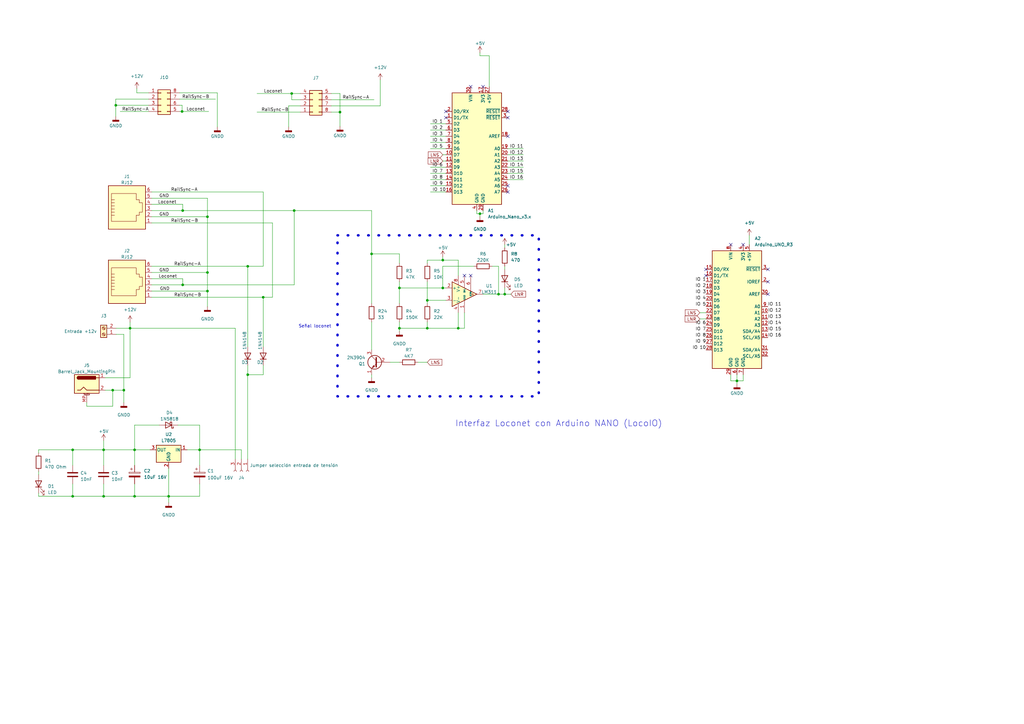
<source format=kicad_sch>
(kicad_sch (version 20230121) (generator eeschema)

  (uuid 94abe29f-fadc-472b-a924-74cd085bdab5)

  (paper "A3")

  (title_block
    (title "HTX001")
    (date "2023-03-28")
    (rev "2.2")
  )

  (lib_symbols
    (symbol "Comparator:LM311" (pin_names (offset 0.127)) (in_bom yes) (on_board yes)
      (property "Reference" "U" (at 3.81 6.35 0)
        (effects (font (size 1.27 1.27)) (justify left))
      )
      (property "Value" "LM311" (at 3.81 3.81 0)
        (effects (font (size 1.27 1.27)) (justify left))
      )
      (property "Footprint" "" (at 0 0 0)
        (effects (font (size 1.27 1.27)) hide)
      )
      (property "Datasheet" "https://www.st.com/resource/en/datasheet/lm311.pdf" (at 0 0 0)
        (effects (font (size 1.27 1.27)) hide)
      )
      (property "ki_keywords" "cmp open collector" (at 0 0 0)
        (effects (font (size 1.27 1.27)) hide)
      )
      (property "ki_description" "Voltage Comparator, DIP-8/SOIC-8" (at 0 0 0)
        (effects (font (size 1.27 1.27)) hide)
      )
      (property "ki_fp_filters" "SOIC*3.9x4.9mm*P1.27mm* DIP*W7.62mm*" (at 0 0 0)
        (effects (font (size 1.27 1.27)) hide)
      )
      (symbol "LM311_0_1"
        (polyline
          (pts
            (xy 5.08 0)
            (xy -5.08 5.08)
            (xy -5.08 -5.08)
            (xy 5.08 0)
          )
          (stroke (width 0.254) (type default))
          (fill (type background))
        )
        (polyline
          (pts
            (xy 3.683 -0.381)
            (xy 3.302 -0.381)
            (xy 3.683 0)
            (xy 3.302 0.381)
            (xy 2.921 0)
            (xy 3.302 -0.381)
            (xy 2.921 -0.381)
          )
          (stroke (width 0.127) (type default))
          (fill (type none))
        )
      )
      (symbol "LM311_1_1"
        (pin passive line (at 0 -7.62 90) (length 5.08)
          (name "GND" (effects (font (size 0.635 0.635))))
          (number "1" (effects (font (size 1.27 1.27))))
        )
        (pin input line (at -7.62 2.54 0) (length 2.54)
          (name "+" (effects (font (size 1.27 1.27))))
          (number "2" (effects (font (size 1.27 1.27))))
        )
        (pin input line (at -7.62 -2.54 0) (length 2.54)
          (name "-" (effects (font (size 1.27 1.27))))
          (number "3" (effects (font (size 1.27 1.27))))
        )
        (pin power_in line (at -2.54 -7.62 90) (length 3.81)
          (name "V-" (effects (font (size 1.27 1.27))))
          (number "4" (effects (font (size 1.27 1.27))))
        )
        (pin input line (at 0 7.62 270) (length 5.08)
          (name "BAL" (effects (font (size 0.635 0.635))))
          (number "5" (effects (font (size 1.27 1.27))))
        )
        (pin input line (at 2.54 7.62 270) (length 6.35)
          (name "STRB" (effects (font (size 0.508 0.508))))
          (number "6" (effects (font (size 1.27 1.27))))
        )
        (pin open_collector line (at 7.62 0 180) (length 2.54)
          (name "~" (effects (font (size 1.27 1.27))))
          (number "7" (effects (font (size 1.27 1.27))))
        )
        (pin power_in line (at -2.54 7.62 270) (length 3.81)
          (name "V+" (effects (font (size 1.27 1.27))))
          (number "8" (effects (font (size 1.27 1.27))))
        )
      )
    )
    (symbol "Connector:Barrel_Jack_MountingPin" (pin_names hide) (in_bom yes) (on_board yes)
      (property "Reference" "J" (at 0 5.334 0)
        (effects (font (size 1.27 1.27)))
      )
      (property "Value" "Barrel_Jack_MountingPin" (at 1.27 -6.35 0)
        (effects (font (size 1.27 1.27)) (justify left))
      )
      (property "Footprint" "" (at 1.27 -1.016 0)
        (effects (font (size 1.27 1.27)) hide)
      )
      (property "Datasheet" "~" (at 1.27 -1.016 0)
        (effects (font (size 1.27 1.27)) hide)
      )
      (property "ki_keywords" "DC power barrel jack connector" (at 0 0 0)
        (effects (font (size 1.27 1.27)) hide)
      )
      (property "ki_description" "DC Barrel Jack with a mounting pin" (at 0 0 0)
        (effects (font (size 1.27 1.27)) hide)
      )
      (property "ki_fp_filters" "BarrelJack*" (at 0 0 0)
        (effects (font (size 1.27 1.27)) hide)
      )
      (symbol "Barrel_Jack_MountingPin_0_1"
        (rectangle (start -5.08 3.81) (end 5.08 -3.81)
          (stroke (width 0.254) (type default))
          (fill (type background))
        )
        (arc (start -3.302 3.175) (mid -3.9343 2.54) (end -3.302 1.905)
          (stroke (width 0.254) (type default))
          (fill (type none))
        )
        (arc (start -3.302 3.175) (mid -3.9343 2.54) (end -3.302 1.905)
          (stroke (width 0.254) (type default))
          (fill (type outline))
        )
        (polyline
          (pts
            (xy 5.08 2.54)
            (xy 3.81 2.54)
          )
          (stroke (width 0.254) (type default))
          (fill (type none))
        )
        (polyline
          (pts
            (xy -3.81 -2.54)
            (xy -2.54 -2.54)
            (xy -1.27 -1.27)
            (xy 0 -2.54)
            (xy 2.54 -2.54)
            (xy 5.08 -2.54)
          )
          (stroke (width 0.254) (type default))
          (fill (type none))
        )
        (rectangle (start 3.683 3.175) (end -3.302 1.905)
          (stroke (width 0.254) (type default))
          (fill (type outline))
        )
      )
      (symbol "Barrel_Jack_MountingPin_1_1"
        (polyline
          (pts
            (xy -1.016 -4.572)
            (xy 1.016 -4.572)
          )
          (stroke (width 0.1524) (type default))
          (fill (type none))
        )
        (text "Mounting" (at 0 -4.191 0)
          (effects (font (size 0.381 0.381)))
        )
        (pin passive line (at 7.62 2.54 180) (length 2.54)
          (name "~" (effects (font (size 1.27 1.27))))
          (number "1" (effects (font (size 1.27 1.27))))
        )
        (pin passive line (at 7.62 -2.54 180) (length 2.54)
          (name "~" (effects (font (size 1.27 1.27))))
          (number "2" (effects (font (size 1.27 1.27))))
        )
        (pin passive line (at 0 -7.62 90) (length 3.048)
          (name "MountPin" (effects (font (size 1.27 1.27))))
          (number "MP" (effects (font (size 1.27 1.27))))
        )
      )
    )
    (symbol "Connector:Conn_01x03_Socket" (pin_names (offset 1.016) hide) (in_bom yes) (on_board yes)
      (property "Reference" "J" (at 0 5.08 0)
        (effects (font (size 1.27 1.27)))
      )
      (property "Value" "Conn_01x03_Socket" (at 0 -5.08 0)
        (effects (font (size 1.27 1.27)))
      )
      (property "Footprint" "" (at 0 0 0)
        (effects (font (size 1.27 1.27)) hide)
      )
      (property "Datasheet" "~" (at 0 0 0)
        (effects (font (size 1.27 1.27)) hide)
      )
      (property "ki_locked" "" (at 0 0 0)
        (effects (font (size 1.27 1.27)))
      )
      (property "ki_keywords" "connector" (at 0 0 0)
        (effects (font (size 1.27 1.27)) hide)
      )
      (property "ki_description" "Generic connector, single row, 01x03, script generated" (at 0 0 0)
        (effects (font (size 1.27 1.27)) hide)
      )
      (property "ki_fp_filters" "Connector*:*_1x??_*" (at 0 0 0)
        (effects (font (size 1.27 1.27)) hide)
      )
      (symbol "Conn_01x03_Socket_1_1"
        (arc (start 0 -2.032) (mid -0.5058 -2.54) (end 0 -3.048)
          (stroke (width 0.1524) (type default))
          (fill (type none))
        )
        (polyline
          (pts
            (xy -1.27 -2.54)
            (xy -0.508 -2.54)
          )
          (stroke (width 0.1524) (type default))
          (fill (type none))
        )
        (polyline
          (pts
            (xy -1.27 0)
            (xy -0.508 0)
          )
          (stroke (width 0.1524) (type default))
          (fill (type none))
        )
        (polyline
          (pts
            (xy -1.27 2.54)
            (xy -0.508 2.54)
          )
          (stroke (width 0.1524) (type default))
          (fill (type none))
        )
        (arc (start 0 0.508) (mid -0.5058 0) (end 0 -0.508)
          (stroke (width 0.1524) (type default))
          (fill (type none))
        )
        (arc (start 0 3.048) (mid -0.5058 2.54) (end 0 2.032)
          (stroke (width 0.1524) (type default))
          (fill (type none))
        )
        (pin passive line (at -5.08 2.54 0) (length 3.81)
          (name "Pin_1" (effects (font (size 1.27 1.27))))
          (number "1" (effects (font (size 1.27 1.27))))
        )
        (pin passive line (at -5.08 0 0) (length 3.81)
          (name "Pin_2" (effects (font (size 1.27 1.27))))
          (number "2" (effects (font (size 1.27 1.27))))
        )
        (pin passive line (at -5.08 -2.54 0) (length 3.81)
          (name "Pin_3" (effects (font (size 1.27 1.27))))
          (number "3" (effects (font (size 1.27 1.27))))
        )
      )
    )
    (symbol "Connector:RJ12" (pin_names (offset 1.016)) (in_bom yes) (on_board yes)
      (property "Reference" "J" (at -5.08 11.43 0)
        (effects (font (size 1.27 1.27)) (justify right))
      )
      (property "Value" "RJ12" (at 2.54 11.43 0)
        (effects (font (size 1.27 1.27)) (justify left))
      )
      (property "Footprint" "" (at 0 0.635 90)
        (effects (font (size 1.27 1.27)) hide)
      )
      (property "Datasheet" "~" (at 0 0.635 90)
        (effects (font (size 1.27 1.27)) hide)
      )
      (property "ki_keywords" "6P6C RJ socket connector" (at 0 0 0)
        (effects (font (size 1.27 1.27)) hide)
      )
      (property "ki_description" "RJ connector, 6P6C (6 positions 6 connected)" (at 0 0 0)
        (effects (font (size 1.27 1.27)) hide)
      )
      (property "ki_fp_filters" "6P6C* RJ12* RJ18* RJ25*" (at 0 0 0)
        (effects (font (size 1.27 1.27)) hide)
      )
      (symbol "RJ12_0_1"
        (polyline
          (pts
            (xy -6.35 -1.905)
            (xy -5.08 -1.905)
            (xy -5.08 -1.905)
          )
          (stroke (width 0) (type default))
          (fill (type none))
        )
        (polyline
          (pts
            (xy -6.35 -0.635)
            (xy -5.08 -0.635)
            (xy -5.08 -0.635)
          )
          (stroke (width 0) (type default))
          (fill (type none))
        )
        (polyline
          (pts
            (xy -6.35 0.635)
            (xy -5.08 0.635)
            (xy -5.08 0.635)
          )
          (stroke (width 0) (type default))
          (fill (type none))
        )
        (polyline
          (pts
            (xy -6.35 1.905)
            (xy -5.08 1.905)
            (xy -5.08 1.905)
          )
          (stroke (width 0) (type default))
          (fill (type none))
        )
        (polyline
          (pts
            (xy -6.35 3.175)
            (xy -5.08 3.175)
            (xy -5.08 3.175)
          )
          (stroke (width 0) (type default))
          (fill (type none))
        )
        (polyline
          (pts
            (xy -5.08 4.445)
            (xy -6.35 4.445)
            (xy -6.35 4.445)
          )
          (stroke (width 0) (type default))
          (fill (type none))
        )
        (polyline
          (pts
            (xy -6.35 -4.445)
            (xy -6.35 6.985)
            (xy 3.81 6.985)
            (xy 3.81 4.445)
            (xy 5.08 4.445)
            (xy 5.08 3.175)
            (xy 6.35 3.175)
            (xy 6.35 -0.635)
            (xy 5.08 -0.635)
            (xy 5.08 -1.905)
            (xy 3.81 -1.905)
            (xy 3.81 -4.445)
            (xy -6.35 -4.445)
            (xy -6.35 -4.445)
          )
          (stroke (width 0) (type default))
          (fill (type none))
        )
        (rectangle (start 7.62 10.16) (end -7.62 -7.62)
          (stroke (width 0.254) (type default))
          (fill (type background))
        )
      )
      (symbol "RJ12_1_1"
        (pin passive line (at 10.16 -5.08 180) (length 2.54)
          (name "~" (effects (font (size 1.27 1.27))))
          (number "1" (effects (font (size 1.27 1.27))))
        )
        (pin passive line (at 10.16 -2.54 180) (length 2.54)
          (name "~" (effects (font (size 1.27 1.27))))
          (number "2" (effects (font (size 1.27 1.27))))
        )
        (pin passive line (at 10.16 0 180) (length 2.54)
          (name "~" (effects (font (size 1.27 1.27))))
          (number "3" (effects (font (size 1.27 1.27))))
        )
        (pin passive line (at 10.16 2.54 180) (length 2.54)
          (name "~" (effects (font (size 1.27 1.27))))
          (number "4" (effects (font (size 1.27 1.27))))
        )
        (pin passive line (at 10.16 5.08 180) (length 2.54)
          (name "~" (effects (font (size 1.27 1.27))))
          (number "5" (effects (font (size 1.27 1.27))))
        )
        (pin passive line (at 10.16 7.62 180) (length 2.54)
          (name "~" (effects (font (size 1.27 1.27))))
          (number "6" (effects (font (size 1.27 1.27))))
        )
      )
    )
    (symbol "Connector:Screw_Terminal_01x02" (pin_names (offset 1.016) hide) (in_bom yes) (on_board yes)
      (property "Reference" "J" (at 0 2.54 0)
        (effects (font (size 1.27 1.27)))
      )
      (property "Value" "Screw_Terminal_01x02" (at 0 -5.08 0)
        (effects (font (size 1.27 1.27)))
      )
      (property "Footprint" "" (at 0 0 0)
        (effects (font (size 1.27 1.27)) hide)
      )
      (property "Datasheet" "~" (at 0 0 0)
        (effects (font (size 1.27 1.27)) hide)
      )
      (property "ki_keywords" "screw terminal" (at 0 0 0)
        (effects (font (size 1.27 1.27)) hide)
      )
      (property "ki_description" "Generic screw terminal, single row, 01x02, script generated (kicad-library-utils/schlib/autogen/connector/)" (at 0 0 0)
        (effects (font (size 1.27 1.27)) hide)
      )
      (property "ki_fp_filters" "TerminalBlock*:*" (at 0 0 0)
        (effects (font (size 1.27 1.27)) hide)
      )
      (symbol "Screw_Terminal_01x02_1_1"
        (rectangle (start -1.27 1.27) (end 1.27 -3.81)
          (stroke (width 0.254) (type default))
          (fill (type background))
        )
        (circle (center 0 -2.54) (radius 0.635)
          (stroke (width 0.1524) (type default))
          (fill (type none))
        )
        (polyline
          (pts
            (xy -0.5334 -2.2098)
            (xy 0.3302 -3.048)
          )
          (stroke (width 0.1524) (type default))
          (fill (type none))
        )
        (polyline
          (pts
            (xy -0.5334 0.3302)
            (xy 0.3302 -0.508)
          )
          (stroke (width 0.1524) (type default))
          (fill (type none))
        )
        (polyline
          (pts
            (xy -0.3556 -2.032)
            (xy 0.508 -2.8702)
          )
          (stroke (width 0.1524) (type default))
          (fill (type none))
        )
        (polyline
          (pts
            (xy -0.3556 0.508)
            (xy 0.508 -0.3302)
          )
          (stroke (width 0.1524) (type default))
          (fill (type none))
        )
        (circle (center 0 0) (radius 0.635)
          (stroke (width 0.1524) (type default))
          (fill (type none))
        )
        (pin passive line (at -5.08 0 0) (length 3.81)
          (name "Pin_1" (effects (font (size 1.27 1.27))))
          (number "1" (effects (font (size 1.27 1.27))))
        )
        (pin passive line (at -5.08 -2.54 0) (length 3.81)
          (name "Pin_2" (effects (font (size 1.27 1.27))))
          (number "2" (effects (font (size 1.27 1.27))))
        )
      )
    )
    (symbol "Connector_Generic:Conn_02x04_Counter_Clockwise" (pin_names (offset 1.016) hide) (in_bom yes) (on_board yes)
      (property "Reference" "J" (at 1.27 5.08 0)
        (effects (font (size 1.27 1.27)))
      )
      (property "Value" "Conn_02x04_Counter_Clockwise" (at 1.27 -7.62 0)
        (effects (font (size 1.27 1.27)))
      )
      (property "Footprint" "" (at 0 0 0)
        (effects (font (size 1.27 1.27)) hide)
      )
      (property "Datasheet" "~" (at 0 0 0)
        (effects (font (size 1.27 1.27)) hide)
      )
      (property "ki_keywords" "connector" (at 0 0 0)
        (effects (font (size 1.27 1.27)) hide)
      )
      (property "ki_description" "Generic connector, double row, 02x04, counter clockwise pin numbering scheme (similar to DIP package numbering), script generated (kicad-library-utils/schlib/autogen/connector/)" (at 0 0 0)
        (effects (font (size 1.27 1.27)) hide)
      )
      (property "ki_fp_filters" "Connector*:*_2x??_*" (at 0 0 0)
        (effects (font (size 1.27 1.27)) hide)
      )
      (symbol "Conn_02x04_Counter_Clockwise_1_1"
        (rectangle (start -1.27 -4.953) (end 0 -5.207)
          (stroke (width 0.1524) (type default))
          (fill (type none))
        )
        (rectangle (start -1.27 -2.413) (end 0 -2.667)
          (stroke (width 0.1524) (type default))
          (fill (type none))
        )
        (rectangle (start -1.27 0.127) (end 0 -0.127)
          (stroke (width 0.1524) (type default))
          (fill (type none))
        )
        (rectangle (start -1.27 2.667) (end 0 2.413)
          (stroke (width 0.1524) (type default))
          (fill (type none))
        )
        (rectangle (start -1.27 3.81) (end 3.81 -6.35)
          (stroke (width 0.254) (type default))
          (fill (type background))
        )
        (rectangle (start 3.81 -4.953) (end 2.54 -5.207)
          (stroke (width 0.1524) (type default))
          (fill (type none))
        )
        (rectangle (start 3.81 -2.413) (end 2.54 -2.667)
          (stroke (width 0.1524) (type default))
          (fill (type none))
        )
        (rectangle (start 3.81 0.127) (end 2.54 -0.127)
          (stroke (width 0.1524) (type default))
          (fill (type none))
        )
        (rectangle (start 3.81 2.667) (end 2.54 2.413)
          (stroke (width 0.1524) (type default))
          (fill (type none))
        )
        (pin passive line (at -5.08 2.54 0) (length 3.81)
          (name "Pin_1" (effects (font (size 1.27 1.27))))
          (number "1" (effects (font (size 1.27 1.27))))
        )
        (pin passive line (at -5.08 0 0) (length 3.81)
          (name "Pin_2" (effects (font (size 1.27 1.27))))
          (number "2" (effects (font (size 1.27 1.27))))
        )
        (pin passive line (at -5.08 -2.54 0) (length 3.81)
          (name "Pin_3" (effects (font (size 1.27 1.27))))
          (number "3" (effects (font (size 1.27 1.27))))
        )
        (pin passive line (at -5.08 -5.08 0) (length 3.81)
          (name "Pin_4" (effects (font (size 1.27 1.27))))
          (number "4" (effects (font (size 1.27 1.27))))
        )
        (pin passive line (at 7.62 -5.08 180) (length 3.81)
          (name "Pin_5" (effects (font (size 1.27 1.27))))
          (number "5" (effects (font (size 1.27 1.27))))
        )
        (pin passive line (at 7.62 -2.54 180) (length 3.81)
          (name "Pin_6" (effects (font (size 1.27 1.27))))
          (number "6" (effects (font (size 1.27 1.27))))
        )
        (pin passive line (at 7.62 0 180) (length 3.81)
          (name "Pin_7" (effects (font (size 1.27 1.27))))
          (number "7" (effects (font (size 1.27 1.27))))
        )
        (pin passive line (at 7.62 2.54 180) (length 3.81)
          (name "Pin_8" (effects (font (size 1.27 1.27))))
          (number "8" (effects (font (size 1.27 1.27))))
        )
      )
    )
    (symbol "Device:C" (pin_numbers hide) (pin_names (offset 0.254)) (in_bom yes) (on_board yes)
      (property "Reference" "C" (at 0.635 2.54 0)
        (effects (font (size 1.27 1.27)) (justify left))
      )
      (property "Value" "C" (at 0.635 -2.54 0)
        (effects (font (size 1.27 1.27)) (justify left))
      )
      (property "Footprint" "" (at 0.9652 -3.81 0)
        (effects (font (size 1.27 1.27)) hide)
      )
      (property "Datasheet" "~" (at 0 0 0)
        (effects (font (size 1.27 1.27)) hide)
      )
      (property "ki_keywords" "cap capacitor" (at 0 0 0)
        (effects (font (size 1.27 1.27)) hide)
      )
      (property "ki_description" "Unpolarized capacitor" (at 0 0 0)
        (effects (font (size 1.27 1.27)) hide)
      )
      (property "ki_fp_filters" "C_*" (at 0 0 0)
        (effects (font (size 1.27 1.27)) hide)
      )
      (symbol "C_0_1"
        (polyline
          (pts
            (xy -2.032 -0.762)
            (xy 2.032 -0.762)
          )
          (stroke (width 0.508) (type default))
          (fill (type none))
        )
        (polyline
          (pts
            (xy -2.032 0.762)
            (xy 2.032 0.762)
          )
          (stroke (width 0.508) (type default))
          (fill (type none))
        )
      )
      (symbol "C_1_1"
        (pin passive line (at 0 3.81 270) (length 2.794)
          (name "~" (effects (font (size 1.27 1.27))))
          (number "1" (effects (font (size 1.27 1.27))))
        )
        (pin passive line (at 0 -3.81 90) (length 2.794)
          (name "~" (effects (font (size 1.27 1.27))))
          (number "2" (effects (font (size 1.27 1.27))))
        )
      )
    )
    (symbol "Device:C_Polarized" (pin_numbers hide) (pin_names (offset 0.254)) (in_bom yes) (on_board yes)
      (property "Reference" "C" (at 0.635 2.54 0)
        (effects (font (size 1.27 1.27)) (justify left))
      )
      (property "Value" "C_Polarized" (at 0.635 -2.54 0)
        (effects (font (size 1.27 1.27)) (justify left))
      )
      (property "Footprint" "" (at 0.9652 -3.81 0)
        (effects (font (size 1.27 1.27)) hide)
      )
      (property "Datasheet" "~" (at 0 0 0)
        (effects (font (size 1.27 1.27)) hide)
      )
      (property "ki_keywords" "cap capacitor" (at 0 0 0)
        (effects (font (size 1.27 1.27)) hide)
      )
      (property "ki_description" "Polarized capacitor" (at 0 0 0)
        (effects (font (size 1.27 1.27)) hide)
      )
      (property "ki_fp_filters" "CP_*" (at 0 0 0)
        (effects (font (size 1.27 1.27)) hide)
      )
      (symbol "C_Polarized_0_1"
        (rectangle (start -2.286 0.508) (end 2.286 1.016)
          (stroke (width 0) (type default))
          (fill (type none))
        )
        (polyline
          (pts
            (xy -1.778 2.286)
            (xy -0.762 2.286)
          )
          (stroke (width 0) (type default))
          (fill (type none))
        )
        (polyline
          (pts
            (xy -1.27 2.794)
            (xy -1.27 1.778)
          )
          (stroke (width 0) (type default))
          (fill (type none))
        )
        (rectangle (start 2.286 -0.508) (end -2.286 -1.016)
          (stroke (width 0) (type default))
          (fill (type outline))
        )
      )
      (symbol "C_Polarized_1_1"
        (pin passive line (at 0 3.81 270) (length 2.794)
          (name "~" (effects (font (size 1.27 1.27))))
          (number "1" (effects (font (size 1.27 1.27))))
        )
        (pin passive line (at 0 -3.81 90) (length 2.794)
          (name "~" (effects (font (size 1.27 1.27))))
          (number "2" (effects (font (size 1.27 1.27))))
        )
      )
    )
    (symbol "Device:LED" (pin_numbers hide) (pin_names (offset 1.016) hide) (in_bom yes) (on_board yes)
      (property "Reference" "D" (at 0 2.54 0)
        (effects (font (size 1.27 1.27)))
      )
      (property "Value" "LED" (at 0 -2.54 0)
        (effects (font (size 1.27 1.27)))
      )
      (property "Footprint" "" (at 0 0 0)
        (effects (font (size 1.27 1.27)) hide)
      )
      (property "Datasheet" "~" (at 0 0 0)
        (effects (font (size 1.27 1.27)) hide)
      )
      (property "ki_keywords" "LED diode" (at 0 0 0)
        (effects (font (size 1.27 1.27)) hide)
      )
      (property "ki_description" "Light emitting diode" (at 0 0 0)
        (effects (font (size 1.27 1.27)) hide)
      )
      (property "ki_fp_filters" "LED* LED_SMD:* LED_THT:*" (at 0 0 0)
        (effects (font (size 1.27 1.27)) hide)
      )
      (symbol "LED_0_1"
        (polyline
          (pts
            (xy -1.27 -1.27)
            (xy -1.27 1.27)
          )
          (stroke (width 0.254) (type default))
          (fill (type none))
        )
        (polyline
          (pts
            (xy -1.27 0)
            (xy 1.27 0)
          )
          (stroke (width 0) (type default))
          (fill (type none))
        )
        (polyline
          (pts
            (xy 1.27 -1.27)
            (xy 1.27 1.27)
            (xy -1.27 0)
            (xy 1.27 -1.27)
          )
          (stroke (width 0.254) (type default))
          (fill (type none))
        )
        (polyline
          (pts
            (xy -3.048 -0.762)
            (xy -4.572 -2.286)
            (xy -3.81 -2.286)
            (xy -4.572 -2.286)
            (xy -4.572 -1.524)
          )
          (stroke (width 0) (type default))
          (fill (type none))
        )
        (polyline
          (pts
            (xy -1.778 -0.762)
            (xy -3.302 -2.286)
            (xy -2.54 -2.286)
            (xy -3.302 -2.286)
            (xy -3.302 -1.524)
          )
          (stroke (width 0) (type default))
          (fill (type none))
        )
      )
      (symbol "LED_1_1"
        (pin passive line (at -3.81 0 0) (length 2.54)
          (name "K" (effects (font (size 1.27 1.27))))
          (number "1" (effects (font (size 1.27 1.27))))
        )
        (pin passive line (at 3.81 0 180) (length 2.54)
          (name "A" (effects (font (size 1.27 1.27))))
          (number "2" (effects (font (size 1.27 1.27))))
        )
      )
    )
    (symbol "Device:R" (pin_numbers hide) (pin_names (offset 0)) (in_bom yes) (on_board yes)
      (property "Reference" "R" (at 2.032 0 90)
        (effects (font (size 1.27 1.27)))
      )
      (property "Value" "R" (at 0 0 90)
        (effects (font (size 1.27 1.27)))
      )
      (property "Footprint" "" (at -1.778 0 90)
        (effects (font (size 1.27 1.27)) hide)
      )
      (property "Datasheet" "~" (at 0 0 0)
        (effects (font (size 1.27 1.27)) hide)
      )
      (property "ki_keywords" "R res resistor" (at 0 0 0)
        (effects (font (size 1.27 1.27)) hide)
      )
      (property "ki_description" "Resistor" (at 0 0 0)
        (effects (font (size 1.27 1.27)) hide)
      )
      (property "ki_fp_filters" "R_*" (at 0 0 0)
        (effects (font (size 1.27 1.27)) hide)
      )
      (symbol "R_0_1"
        (rectangle (start -1.016 -2.54) (end 1.016 2.54)
          (stroke (width 0.254) (type default))
          (fill (type none))
        )
      )
      (symbol "R_1_1"
        (pin passive line (at 0 3.81 270) (length 1.27)
          (name "~" (effects (font (size 1.27 1.27))))
          (number "1" (effects (font (size 1.27 1.27))))
        )
        (pin passive line (at 0 -3.81 90) (length 1.27)
          (name "~" (effects (font (size 1.27 1.27))))
          (number "2" (effects (font (size 1.27 1.27))))
        )
      )
    )
    (symbol "Diode:1N4148" (pin_numbers hide) (pin_names hide) (in_bom yes) (on_board yes)
      (property "Reference" "D" (at 0 2.54 0)
        (effects (font (size 1.27 1.27)))
      )
      (property "Value" "1N4148" (at 0 -2.54 0)
        (effects (font (size 1.27 1.27)))
      )
      (property "Footprint" "Diode_THT:D_DO-35_SOD27_P7.62mm_Horizontal" (at 0 0 0)
        (effects (font (size 1.27 1.27)) hide)
      )
      (property "Datasheet" "https://assets.nexperia.com/documents/data-sheet/1N4148_1N4448.pdf" (at 0 0 0)
        (effects (font (size 1.27 1.27)) hide)
      )
      (property "Sim.Device" "D" (at 0 0 0)
        (effects (font (size 1.27 1.27)) hide)
      )
      (property "Sim.Pins" "1=K 2=A" (at 0 0 0)
        (effects (font (size 1.27 1.27)) hide)
      )
      (property "ki_keywords" "diode" (at 0 0 0)
        (effects (font (size 1.27 1.27)) hide)
      )
      (property "ki_description" "100V 0.15A standard switching diode, DO-35" (at 0 0 0)
        (effects (font (size 1.27 1.27)) hide)
      )
      (property "ki_fp_filters" "D*DO?35*" (at 0 0 0)
        (effects (font (size 1.27 1.27)) hide)
      )
      (symbol "1N4148_0_1"
        (polyline
          (pts
            (xy -1.27 1.27)
            (xy -1.27 -1.27)
          )
          (stroke (width 0.254) (type default))
          (fill (type none))
        )
        (polyline
          (pts
            (xy 1.27 0)
            (xy -1.27 0)
          )
          (stroke (width 0) (type default))
          (fill (type none))
        )
        (polyline
          (pts
            (xy 1.27 1.27)
            (xy 1.27 -1.27)
            (xy -1.27 0)
            (xy 1.27 1.27)
          )
          (stroke (width 0.254) (type default))
          (fill (type none))
        )
      )
      (symbol "1N4148_1_1"
        (pin passive line (at -3.81 0 0) (length 2.54)
          (name "K" (effects (font (size 1.27 1.27))))
          (number "1" (effects (font (size 1.27 1.27))))
        )
        (pin passive line (at 3.81 0 180) (length 2.54)
          (name "A" (effects (font (size 1.27 1.27))))
          (number "2" (effects (font (size 1.27 1.27))))
        )
      )
    )
    (symbol "Diode:1N5818" (pin_numbers hide) (pin_names (offset 1.016) hide) (in_bom yes) (on_board yes)
      (property "Reference" "D" (at 0 2.54 0)
        (effects (font (size 1.27 1.27)))
      )
      (property "Value" "1N5818" (at 0 -2.54 0)
        (effects (font (size 1.27 1.27)))
      )
      (property "Footprint" "Diode_THT:D_DO-41_SOD81_P10.16mm_Horizontal" (at 0 -4.445 0)
        (effects (font (size 1.27 1.27)) hide)
      )
      (property "Datasheet" "http://www.vishay.com/docs/88525/1n5817.pdf" (at 0 0 0)
        (effects (font (size 1.27 1.27)) hide)
      )
      (property "ki_keywords" "diode Schottky" (at 0 0 0)
        (effects (font (size 1.27 1.27)) hide)
      )
      (property "ki_description" "30V 1A Schottky Barrier Rectifier Diode, DO-41" (at 0 0 0)
        (effects (font (size 1.27 1.27)) hide)
      )
      (property "ki_fp_filters" "D*DO?41*" (at 0 0 0)
        (effects (font (size 1.27 1.27)) hide)
      )
      (symbol "1N5818_0_1"
        (polyline
          (pts
            (xy 1.27 0)
            (xy -1.27 0)
          )
          (stroke (width 0) (type default))
          (fill (type none))
        )
        (polyline
          (pts
            (xy 1.27 1.27)
            (xy 1.27 -1.27)
            (xy -1.27 0)
            (xy 1.27 1.27)
          )
          (stroke (width 0.254) (type default))
          (fill (type none))
        )
        (polyline
          (pts
            (xy -1.905 0.635)
            (xy -1.905 1.27)
            (xy -1.27 1.27)
            (xy -1.27 -1.27)
            (xy -0.635 -1.27)
            (xy -0.635 -0.635)
          )
          (stroke (width 0.254) (type default))
          (fill (type none))
        )
      )
      (symbol "1N5818_1_1"
        (pin passive line (at -3.81 0 0) (length 2.54)
          (name "K" (effects (font (size 1.27 1.27))))
          (number "1" (effects (font (size 1.27 1.27))))
        )
        (pin passive line (at 3.81 0 180) (length 2.54)
          (name "A" (effects (font (size 1.27 1.27))))
          (number "2" (effects (font (size 1.27 1.27))))
        )
      )
    )
    (symbol "MCU_Module:Arduino_Nano_v3.x" (in_bom yes) (on_board yes)
      (property "Reference" "A" (at -10.16 23.495 0)
        (effects (font (size 1.27 1.27)) (justify left bottom))
      )
      (property "Value" "Arduino_Nano_v3.x" (at 5.08 -24.13 0)
        (effects (font (size 1.27 1.27)) (justify left top))
      )
      (property "Footprint" "Module:Arduino_Nano" (at 0 0 0)
        (effects (font (size 1.27 1.27) italic) hide)
      )
      (property "Datasheet" "http://www.mouser.com/pdfdocs/Gravitech_Arduino_Nano3_0.pdf" (at 0 0 0)
        (effects (font (size 1.27 1.27)) hide)
      )
      (property "ki_keywords" "Arduino nano microcontroller module USB" (at 0 0 0)
        (effects (font (size 1.27 1.27)) hide)
      )
      (property "ki_description" "Arduino Nano v3.x" (at 0 0 0)
        (effects (font (size 1.27 1.27)) hide)
      )
      (property "ki_fp_filters" "Arduino*Nano*" (at 0 0 0)
        (effects (font (size 1.27 1.27)) hide)
      )
      (symbol "Arduino_Nano_v3.x_0_1"
        (rectangle (start -10.16 22.86) (end 10.16 -22.86)
          (stroke (width 0.254) (type default))
          (fill (type background))
        )
      )
      (symbol "Arduino_Nano_v3.x_1_1"
        (pin bidirectional line (at -12.7 12.7 0) (length 2.54)
          (name "D1/TX" (effects (font (size 1.27 1.27))))
          (number "1" (effects (font (size 1.27 1.27))))
        )
        (pin bidirectional line (at -12.7 -2.54 0) (length 2.54)
          (name "D7" (effects (font (size 1.27 1.27))))
          (number "10" (effects (font (size 1.27 1.27))))
        )
        (pin bidirectional line (at -12.7 -5.08 0) (length 2.54)
          (name "D8" (effects (font (size 1.27 1.27))))
          (number "11" (effects (font (size 1.27 1.27))))
        )
        (pin bidirectional line (at -12.7 -7.62 0) (length 2.54)
          (name "D9" (effects (font (size 1.27 1.27))))
          (number "12" (effects (font (size 1.27 1.27))))
        )
        (pin bidirectional line (at -12.7 -10.16 0) (length 2.54)
          (name "D10" (effects (font (size 1.27 1.27))))
          (number "13" (effects (font (size 1.27 1.27))))
        )
        (pin bidirectional line (at -12.7 -12.7 0) (length 2.54)
          (name "D11" (effects (font (size 1.27 1.27))))
          (number "14" (effects (font (size 1.27 1.27))))
        )
        (pin bidirectional line (at -12.7 -15.24 0) (length 2.54)
          (name "D12" (effects (font (size 1.27 1.27))))
          (number "15" (effects (font (size 1.27 1.27))))
        )
        (pin bidirectional line (at -12.7 -17.78 0) (length 2.54)
          (name "D13" (effects (font (size 1.27 1.27))))
          (number "16" (effects (font (size 1.27 1.27))))
        )
        (pin power_out line (at 2.54 25.4 270) (length 2.54)
          (name "3V3" (effects (font (size 1.27 1.27))))
          (number "17" (effects (font (size 1.27 1.27))))
        )
        (pin input line (at 12.7 5.08 180) (length 2.54)
          (name "AREF" (effects (font (size 1.27 1.27))))
          (number "18" (effects (font (size 1.27 1.27))))
        )
        (pin bidirectional line (at 12.7 0 180) (length 2.54)
          (name "A0" (effects (font (size 1.27 1.27))))
          (number "19" (effects (font (size 1.27 1.27))))
        )
        (pin bidirectional line (at -12.7 15.24 0) (length 2.54)
          (name "D0/RX" (effects (font (size 1.27 1.27))))
          (number "2" (effects (font (size 1.27 1.27))))
        )
        (pin bidirectional line (at 12.7 -2.54 180) (length 2.54)
          (name "A1" (effects (font (size 1.27 1.27))))
          (number "20" (effects (font (size 1.27 1.27))))
        )
        (pin bidirectional line (at 12.7 -5.08 180) (length 2.54)
          (name "A2" (effects (font (size 1.27 1.27))))
          (number "21" (effects (font (size 1.27 1.27))))
        )
        (pin bidirectional line (at 12.7 -7.62 180) (length 2.54)
          (name "A3" (effects (font (size 1.27 1.27))))
          (number "22" (effects (font (size 1.27 1.27))))
        )
        (pin bidirectional line (at 12.7 -10.16 180) (length 2.54)
          (name "A4" (effects (font (size 1.27 1.27))))
          (number "23" (effects (font (size 1.27 1.27))))
        )
        (pin bidirectional line (at 12.7 -12.7 180) (length 2.54)
          (name "A5" (effects (font (size 1.27 1.27))))
          (number "24" (effects (font (size 1.27 1.27))))
        )
        (pin bidirectional line (at 12.7 -15.24 180) (length 2.54)
          (name "A6" (effects (font (size 1.27 1.27))))
          (number "25" (effects (font (size 1.27 1.27))))
        )
        (pin bidirectional line (at 12.7 -17.78 180) (length 2.54)
          (name "A7" (effects (font (size 1.27 1.27))))
          (number "26" (effects (font (size 1.27 1.27))))
        )
        (pin power_out line (at 5.08 25.4 270) (length 2.54)
          (name "+5V" (effects (font (size 1.27 1.27))))
          (number "27" (effects (font (size 1.27 1.27))))
        )
        (pin input line (at 12.7 15.24 180) (length 2.54)
          (name "~{RESET}" (effects (font (size 1.27 1.27))))
          (number "28" (effects (font (size 1.27 1.27))))
        )
        (pin power_in line (at 2.54 -25.4 90) (length 2.54)
          (name "GND" (effects (font (size 1.27 1.27))))
          (number "29" (effects (font (size 1.27 1.27))))
        )
        (pin input line (at 12.7 12.7 180) (length 2.54)
          (name "~{RESET}" (effects (font (size 1.27 1.27))))
          (number "3" (effects (font (size 1.27 1.27))))
        )
        (pin power_in line (at -2.54 25.4 270) (length 2.54)
          (name "VIN" (effects (font (size 1.27 1.27))))
          (number "30" (effects (font (size 1.27 1.27))))
        )
        (pin power_in line (at 0 -25.4 90) (length 2.54)
          (name "GND" (effects (font (size 1.27 1.27))))
          (number "4" (effects (font (size 1.27 1.27))))
        )
        (pin bidirectional line (at -12.7 10.16 0) (length 2.54)
          (name "D2" (effects (font (size 1.27 1.27))))
          (number "5" (effects (font (size 1.27 1.27))))
        )
        (pin bidirectional line (at -12.7 7.62 0) (length 2.54)
          (name "D3" (effects (font (size 1.27 1.27))))
          (number "6" (effects (font (size 1.27 1.27))))
        )
        (pin bidirectional line (at -12.7 5.08 0) (length 2.54)
          (name "D4" (effects (font (size 1.27 1.27))))
          (number "7" (effects (font (size 1.27 1.27))))
        )
        (pin bidirectional line (at -12.7 2.54 0) (length 2.54)
          (name "D5" (effects (font (size 1.27 1.27))))
          (number "8" (effects (font (size 1.27 1.27))))
        )
        (pin bidirectional line (at -12.7 0 0) (length 2.54)
          (name "D6" (effects (font (size 1.27 1.27))))
          (number "9" (effects (font (size 1.27 1.27))))
        )
      )
    )
    (symbol "MCU_Module:Arduino_UNO_R3" (in_bom yes) (on_board yes)
      (property "Reference" "A" (at -10.16 23.495 0)
        (effects (font (size 1.27 1.27)) (justify left bottom))
      )
      (property "Value" "Arduino_UNO_R3" (at 5.08 -26.67 0)
        (effects (font (size 1.27 1.27)) (justify left top))
      )
      (property "Footprint" "Module:Arduino_UNO_R3" (at 0 0 0)
        (effects (font (size 1.27 1.27) italic) hide)
      )
      (property "Datasheet" "https://www.arduino.cc/en/Main/arduinoBoardUno" (at 0 0 0)
        (effects (font (size 1.27 1.27)) hide)
      )
      (property "ki_keywords" "Arduino UNO R3 Microcontroller Module Atmel AVR USB" (at 0 0 0)
        (effects (font (size 1.27 1.27)) hide)
      )
      (property "ki_description" "Arduino UNO Microcontroller Module, release 3" (at 0 0 0)
        (effects (font (size 1.27 1.27)) hide)
      )
      (property "ki_fp_filters" "Arduino*UNO*R3*" (at 0 0 0)
        (effects (font (size 1.27 1.27)) hide)
      )
      (symbol "Arduino_UNO_R3_0_1"
        (rectangle (start -10.16 22.86) (end 10.16 -25.4)
          (stroke (width 0.254) (type default))
          (fill (type background))
        )
      )
      (symbol "Arduino_UNO_R3_1_1"
        (pin no_connect line (at -10.16 -20.32 0) (length 2.54) hide
          (name "NC" (effects (font (size 1.27 1.27))))
          (number "1" (effects (font (size 1.27 1.27))))
        )
        (pin bidirectional line (at 12.7 -2.54 180) (length 2.54)
          (name "A1" (effects (font (size 1.27 1.27))))
          (number "10" (effects (font (size 1.27 1.27))))
        )
        (pin bidirectional line (at 12.7 -5.08 180) (length 2.54)
          (name "A2" (effects (font (size 1.27 1.27))))
          (number "11" (effects (font (size 1.27 1.27))))
        )
        (pin bidirectional line (at 12.7 -7.62 180) (length 2.54)
          (name "A3" (effects (font (size 1.27 1.27))))
          (number "12" (effects (font (size 1.27 1.27))))
        )
        (pin bidirectional line (at 12.7 -10.16 180) (length 2.54)
          (name "SDA/A4" (effects (font (size 1.27 1.27))))
          (number "13" (effects (font (size 1.27 1.27))))
        )
        (pin bidirectional line (at 12.7 -12.7 180) (length 2.54)
          (name "SCL/A5" (effects (font (size 1.27 1.27))))
          (number "14" (effects (font (size 1.27 1.27))))
        )
        (pin bidirectional line (at -12.7 15.24 0) (length 2.54)
          (name "D0/RX" (effects (font (size 1.27 1.27))))
          (number "15" (effects (font (size 1.27 1.27))))
        )
        (pin bidirectional line (at -12.7 12.7 0) (length 2.54)
          (name "D1/TX" (effects (font (size 1.27 1.27))))
          (number "16" (effects (font (size 1.27 1.27))))
        )
        (pin bidirectional line (at -12.7 10.16 0) (length 2.54)
          (name "D2" (effects (font (size 1.27 1.27))))
          (number "17" (effects (font (size 1.27 1.27))))
        )
        (pin bidirectional line (at -12.7 7.62 0) (length 2.54)
          (name "D3" (effects (font (size 1.27 1.27))))
          (number "18" (effects (font (size 1.27 1.27))))
        )
        (pin bidirectional line (at -12.7 5.08 0) (length 2.54)
          (name "D4" (effects (font (size 1.27 1.27))))
          (number "19" (effects (font (size 1.27 1.27))))
        )
        (pin output line (at 12.7 10.16 180) (length 2.54)
          (name "IOREF" (effects (font (size 1.27 1.27))))
          (number "2" (effects (font (size 1.27 1.27))))
        )
        (pin bidirectional line (at -12.7 2.54 0) (length 2.54)
          (name "D5" (effects (font (size 1.27 1.27))))
          (number "20" (effects (font (size 1.27 1.27))))
        )
        (pin bidirectional line (at -12.7 0 0) (length 2.54)
          (name "D6" (effects (font (size 1.27 1.27))))
          (number "21" (effects (font (size 1.27 1.27))))
        )
        (pin bidirectional line (at -12.7 -2.54 0) (length 2.54)
          (name "D7" (effects (font (size 1.27 1.27))))
          (number "22" (effects (font (size 1.27 1.27))))
        )
        (pin bidirectional line (at -12.7 -5.08 0) (length 2.54)
          (name "D8" (effects (font (size 1.27 1.27))))
          (number "23" (effects (font (size 1.27 1.27))))
        )
        (pin bidirectional line (at -12.7 -7.62 0) (length 2.54)
          (name "D9" (effects (font (size 1.27 1.27))))
          (number "24" (effects (font (size 1.27 1.27))))
        )
        (pin bidirectional line (at -12.7 -10.16 0) (length 2.54)
          (name "D10" (effects (font (size 1.27 1.27))))
          (number "25" (effects (font (size 1.27 1.27))))
        )
        (pin bidirectional line (at -12.7 -12.7 0) (length 2.54)
          (name "D11" (effects (font (size 1.27 1.27))))
          (number "26" (effects (font (size 1.27 1.27))))
        )
        (pin bidirectional line (at -12.7 -15.24 0) (length 2.54)
          (name "D12" (effects (font (size 1.27 1.27))))
          (number "27" (effects (font (size 1.27 1.27))))
        )
        (pin bidirectional line (at -12.7 -17.78 0) (length 2.54)
          (name "D13" (effects (font (size 1.27 1.27))))
          (number "28" (effects (font (size 1.27 1.27))))
        )
        (pin power_in line (at -2.54 -27.94 90) (length 2.54)
          (name "GND" (effects (font (size 1.27 1.27))))
          (number "29" (effects (font (size 1.27 1.27))))
        )
        (pin input line (at 12.7 15.24 180) (length 2.54)
          (name "~{RESET}" (effects (font (size 1.27 1.27))))
          (number "3" (effects (font (size 1.27 1.27))))
        )
        (pin input line (at 12.7 5.08 180) (length 2.54)
          (name "AREF" (effects (font (size 1.27 1.27))))
          (number "30" (effects (font (size 1.27 1.27))))
        )
        (pin bidirectional line (at 12.7 -17.78 180) (length 2.54)
          (name "SDA/A4" (effects (font (size 1.27 1.27))))
          (number "31" (effects (font (size 1.27 1.27))))
        )
        (pin bidirectional line (at 12.7 -20.32 180) (length 2.54)
          (name "SCL/A5" (effects (font (size 1.27 1.27))))
          (number "32" (effects (font (size 1.27 1.27))))
        )
        (pin power_out line (at 2.54 25.4 270) (length 2.54)
          (name "3V3" (effects (font (size 1.27 1.27))))
          (number "4" (effects (font (size 1.27 1.27))))
        )
        (pin power_out line (at 5.08 25.4 270) (length 2.54)
          (name "+5V" (effects (font (size 1.27 1.27))))
          (number "5" (effects (font (size 1.27 1.27))))
        )
        (pin power_in line (at 0 -27.94 90) (length 2.54)
          (name "GND" (effects (font (size 1.27 1.27))))
          (number "6" (effects (font (size 1.27 1.27))))
        )
        (pin power_in line (at 2.54 -27.94 90) (length 2.54)
          (name "GND" (effects (font (size 1.27 1.27))))
          (number "7" (effects (font (size 1.27 1.27))))
        )
        (pin power_in line (at -2.54 25.4 270) (length 2.54)
          (name "VIN" (effects (font (size 1.27 1.27))))
          (number "8" (effects (font (size 1.27 1.27))))
        )
        (pin bidirectional line (at 12.7 0 180) (length 2.54)
          (name "A0" (effects (font (size 1.27 1.27))))
          (number "9" (effects (font (size 1.27 1.27))))
        )
      )
    )
    (symbol "Regulator_Linear:L7805" (pin_names (offset 0.254)) (in_bom yes) (on_board yes)
      (property "Reference" "U" (at -3.81 3.175 0)
        (effects (font (size 1.27 1.27)))
      )
      (property "Value" "L7805" (at 0 3.175 0)
        (effects (font (size 1.27 1.27)) (justify left))
      )
      (property "Footprint" "" (at 0.635 -3.81 0)
        (effects (font (size 1.27 1.27) italic) (justify left) hide)
      )
      (property "Datasheet" "http://www.st.com/content/ccc/resource/technical/document/datasheet/41/4f/b3/b0/12/d4/47/88/CD00000444.pdf/files/CD00000444.pdf/jcr:content/translations/en.CD00000444.pdf" (at 0 -1.27 0)
        (effects (font (size 1.27 1.27)) hide)
      )
      (property "ki_keywords" "Voltage Regulator 1.5A Positive" (at 0 0 0)
        (effects (font (size 1.27 1.27)) hide)
      )
      (property "ki_description" "Positive 1.5A 35V Linear Regulator, Fixed Output 5V, TO-220/TO-263/TO-252" (at 0 0 0)
        (effects (font (size 1.27 1.27)) hide)
      )
      (property "ki_fp_filters" "TO?252* TO?263* TO?220*" (at 0 0 0)
        (effects (font (size 1.27 1.27)) hide)
      )
      (symbol "L7805_0_1"
        (rectangle (start -5.08 1.905) (end 5.08 -5.08)
          (stroke (width 0.254) (type default))
          (fill (type background))
        )
      )
      (symbol "L7805_1_1"
        (pin power_in line (at -7.62 0 0) (length 2.54)
          (name "IN" (effects (font (size 1.27 1.27))))
          (number "1" (effects (font (size 1.27 1.27))))
        )
        (pin power_in line (at 0 -7.62 90) (length 2.54)
          (name "GND" (effects (font (size 1.27 1.27))))
          (number "2" (effects (font (size 1.27 1.27))))
        )
        (pin power_out line (at 7.62 0 180) (length 2.54)
          (name "OUT" (effects (font (size 1.27 1.27))))
          (number "3" (effects (font (size 1.27 1.27))))
        )
      )
    )
    (symbol "Transistor_BJT:2N3904" (pin_names (offset 0) hide) (in_bom yes) (on_board yes)
      (property "Reference" "Q" (at 5.08 1.905 0)
        (effects (font (size 1.27 1.27)) (justify left))
      )
      (property "Value" "2N3904" (at 5.08 0 0)
        (effects (font (size 1.27 1.27)) (justify left))
      )
      (property "Footprint" "Package_TO_SOT_THT:TO-92_Inline" (at 5.08 -1.905 0)
        (effects (font (size 1.27 1.27) italic) (justify left) hide)
      )
      (property "Datasheet" "https://www.onsemi.com/pub/Collateral/2N3903-D.PDF" (at 0 0 0)
        (effects (font (size 1.27 1.27)) (justify left) hide)
      )
      (property "ki_keywords" "NPN Transistor" (at 0 0 0)
        (effects (font (size 1.27 1.27)) hide)
      )
      (property "ki_description" "0.2A Ic, 40V Vce, Small Signal NPN Transistor, TO-92" (at 0 0 0)
        (effects (font (size 1.27 1.27)) hide)
      )
      (property "ki_fp_filters" "TO?92*" (at 0 0 0)
        (effects (font (size 1.27 1.27)) hide)
      )
      (symbol "2N3904_0_1"
        (polyline
          (pts
            (xy 0.635 0.635)
            (xy 2.54 2.54)
          )
          (stroke (width 0) (type default))
          (fill (type none))
        )
        (polyline
          (pts
            (xy 0.635 -0.635)
            (xy 2.54 -2.54)
            (xy 2.54 -2.54)
          )
          (stroke (width 0) (type default))
          (fill (type none))
        )
        (polyline
          (pts
            (xy 0.635 1.905)
            (xy 0.635 -1.905)
            (xy 0.635 -1.905)
          )
          (stroke (width 0.508) (type default))
          (fill (type none))
        )
        (polyline
          (pts
            (xy 1.27 -1.778)
            (xy 1.778 -1.27)
            (xy 2.286 -2.286)
            (xy 1.27 -1.778)
            (xy 1.27 -1.778)
          )
          (stroke (width 0) (type default))
          (fill (type outline))
        )
        (circle (center 1.27 0) (radius 2.8194)
          (stroke (width 0.254) (type default))
          (fill (type none))
        )
      )
      (symbol "2N3904_1_1"
        (pin passive line (at 2.54 -5.08 90) (length 2.54)
          (name "E" (effects (font (size 1.27 1.27))))
          (number "1" (effects (font (size 1.27 1.27))))
        )
        (pin passive line (at -5.08 0 0) (length 5.715)
          (name "B" (effects (font (size 1.27 1.27))))
          (number "2" (effects (font (size 1.27 1.27))))
        )
        (pin passive line (at 2.54 5.08 270) (length 2.54)
          (name "C" (effects (font (size 1.27 1.27))))
          (number "3" (effects (font (size 1.27 1.27))))
        )
      )
    )
    (symbol "power:+12V" (power) (pin_names (offset 0)) (in_bom yes) (on_board yes)
      (property "Reference" "#PWR" (at 0 -3.81 0)
        (effects (font (size 1.27 1.27)) hide)
      )
      (property "Value" "+12V" (at 0 3.556 0)
        (effects (font (size 1.27 1.27)))
      )
      (property "Footprint" "" (at 0 0 0)
        (effects (font (size 1.27 1.27)) hide)
      )
      (property "Datasheet" "" (at 0 0 0)
        (effects (font (size 1.27 1.27)) hide)
      )
      (property "ki_keywords" "global power" (at 0 0 0)
        (effects (font (size 1.27 1.27)) hide)
      )
      (property "ki_description" "Power symbol creates a global label with name \"+12V\"" (at 0 0 0)
        (effects (font (size 1.27 1.27)) hide)
      )
      (symbol "+12V_0_1"
        (polyline
          (pts
            (xy -0.762 1.27)
            (xy 0 2.54)
          )
          (stroke (width 0) (type default))
          (fill (type none))
        )
        (polyline
          (pts
            (xy 0 0)
            (xy 0 2.54)
          )
          (stroke (width 0) (type default))
          (fill (type none))
        )
        (polyline
          (pts
            (xy 0 2.54)
            (xy 0.762 1.27)
          )
          (stroke (width 0) (type default))
          (fill (type none))
        )
      )
      (symbol "+12V_1_1"
        (pin power_in line (at 0 0 90) (length 0) hide
          (name "+12V" (effects (font (size 1.27 1.27))))
          (number "1" (effects (font (size 1.27 1.27))))
        )
      )
    )
    (symbol "power:+5V" (power) (pin_names (offset 0)) (in_bom yes) (on_board yes)
      (property "Reference" "#PWR" (at 0 -3.81 0)
        (effects (font (size 1.27 1.27)) hide)
      )
      (property "Value" "+5V" (at 0 3.556 0)
        (effects (font (size 1.27 1.27)))
      )
      (property "Footprint" "" (at 0 0 0)
        (effects (font (size 1.27 1.27)) hide)
      )
      (property "Datasheet" "" (at 0 0 0)
        (effects (font (size 1.27 1.27)) hide)
      )
      (property "ki_keywords" "global power" (at 0 0 0)
        (effects (font (size 1.27 1.27)) hide)
      )
      (property "ki_description" "Power symbol creates a global label with name \"+5V\"" (at 0 0 0)
        (effects (font (size 1.27 1.27)) hide)
      )
      (symbol "+5V_0_1"
        (polyline
          (pts
            (xy -0.762 1.27)
            (xy 0 2.54)
          )
          (stroke (width 0) (type default))
          (fill (type none))
        )
        (polyline
          (pts
            (xy 0 0)
            (xy 0 2.54)
          )
          (stroke (width 0) (type default))
          (fill (type none))
        )
        (polyline
          (pts
            (xy 0 2.54)
            (xy 0.762 1.27)
          )
          (stroke (width 0) (type default))
          (fill (type none))
        )
      )
      (symbol "+5V_1_1"
        (pin power_in line (at 0 0 90) (length 0) hide
          (name "+5V" (effects (font (size 1.27 1.27))))
          (number "1" (effects (font (size 1.27 1.27))))
        )
      )
    )
    (symbol "power:GNDD" (power) (pin_names (offset 0)) (in_bom yes) (on_board yes)
      (property "Reference" "#PWR" (at 0 -6.35 0)
        (effects (font (size 1.27 1.27)) hide)
      )
      (property "Value" "GNDD" (at 0 -3.175 0)
        (effects (font (size 1.27 1.27)))
      )
      (property "Footprint" "" (at 0 0 0)
        (effects (font (size 1.27 1.27)) hide)
      )
      (property "Datasheet" "" (at 0 0 0)
        (effects (font (size 1.27 1.27)) hide)
      )
      (property "ki_keywords" "global power" (at 0 0 0)
        (effects (font (size 1.27 1.27)) hide)
      )
      (property "ki_description" "Power symbol creates a global label with name \"GNDD\" , digital ground" (at 0 0 0)
        (effects (font (size 1.27 1.27)) hide)
      )
      (symbol "GNDD_0_1"
        (rectangle (start -1.27 -1.524) (end 1.27 -2.032)
          (stroke (width 0.254) (type default))
          (fill (type outline))
        )
        (polyline
          (pts
            (xy 0 0)
            (xy 0 -1.524)
          )
          (stroke (width 0) (type default))
          (fill (type none))
        )
      )
      (symbol "GNDD_1_1"
        (pin power_in line (at 0 0 270) (length 0) hide
          (name "GNDD" (effects (font (size 1.27 1.27))))
          (number "1" (effects (font (size 1.27 1.27))))
        )
      )
    )
  )

  (junction (at 69.1642 203.5556) (diameter 0) (color 0 0 0 0)
    (uuid 0a2cb9d9-a21f-455f-aa3f-bc7cdffaf842)
  )
  (junction (at 42.4942 184.5056) (diameter 0) (color 0 0 0 0)
    (uuid 13775180-cea3-4db3-835c-2af2a598bac4)
  )
  (junction (at 85.09 111.76) (diameter 0) (color 0 0 0 0)
    (uuid 23b782ae-51f7-4708-b4e6-9e845ac89052)
  )
  (junction (at 50.8 160.02) (diameter 0) (color 0 0 0 0)
    (uuid 28cf90e6-99b1-484d-963c-8c7450cfeec9)
  )
  (junction (at 175.26 123.19) (diameter 0) (color 0 0 0 0)
    (uuid 293cc082-96ae-4568-864c-3e86e171e902)
  )
  (junction (at 120.65 86.36) (diameter 0) (color 0 0 0 0)
    (uuid 2f1dcd0f-b85d-49d0-8360-2172aa048b33)
  )
  (junction (at 74.93 86.36) (diameter 0) (color 0 0 0 0)
    (uuid 462f7a05-3eb1-45d9-94f4-00cfb893108b)
  )
  (junction (at 207.01 120.65) (diameter 0) (color 0 0 0 0)
    (uuid 4ecbcef9-3f1c-4642-aad4-33f5933ef999)
  )
  (junction (at 163.83 118.11) (diameter 0) (color 0 0 0 0)
    (uuid 60fa3712-45a0-405c-a00b-c9e40f488217)
  )
  (junction (at 204.47 120.65) (diameter 0) (color 0 0 0 0)
    (uuid 63a870c8-3bac-4f52-b5a2-7fcfeddc90ca)
  )
  (junction (at 29.7942 203.5556) (diameter 0) (color 0 0 0 0)
    (uuid 64dd0d8b-f5b4-4b96-8adf-a36679b8cd1c)
  )
  (junction (at 152.4 104.14) (diameter 0) (color 0 0 0 0)
    (uuid 72068533-df8d-47aa-bb64-088f99d2be58)
  )
  (junction (at 42.4942 203.5556) (diameter 0) (color 0 0 0 0)
    (uuid 75f2e603-7d6c-430a-a421-8a463035867b)
  )
  (junction (at 187.96 134.62) (diameter 0) (color 0 0 0 0)
    (uuid 85c1194c-23b5-4b76-88d6-76ce863e6904)
  )
  (junction (at 181.61 106.68) (diameter 0) (color 0 0 0 0)
    (uuid 89468684-e8c5-4a99-bab3-b7ddf08a72a3)
  )
  (junction (at 181.61 118.11) (diameter 0) (color 0 0 0 0)
    (uuid 8a610ca4-e91a-4fb1-b86b-0b1adc2acc77)
  )
  (junction (at 55.1942 203.5556) (diameter 0) (color 0 0 0 0)
    (uuid 90ea8b08-2446-40b8-b2b7-b3e2e81662f4)
  )
  (junction (at 74.676 45.72) (diameter 0) (color 0 0 0 0)
    (uuid 9be75b13-b186-42ca-b1a2-14d2900f9997)
  )
  (junction (at 101.6 109.22) (diameter 0) (color 0 0 0 0)
    (uuid 9ddbf2f1-10e1-4c46-8e78-bad93cb060bb)
  )
  (junction (at 139.446 45.974) (diameter 0) (color 0 0 0 0)
    (uuid a492c47e-348e-4f03-9a0b-8a460fc588bb)
  )
  (junction (at 175.26 134.62) (diameter 0) (color 0 0 0 0)
    (uuid a548f524-9920-4e29-a323-90a6776f540c)
  )
  (junction (at 46.228 160.02) (diameter 0) (color 0 0 0 0)
    (uuid a766d54e-e482-4317-95f2-0cb1b4c18794)
  )
  (junction (at 55.1942 184.5056) (diameter 0) (color 0 0 0 0)
    (uuid ab0c2108-e196-463f-99f5-f8af4a1f164c)
  )
  (junction (at 196.85 87.63) (diameter 0) (color 0 0 0 0)
    (uuid afe06989-3c37-47cb-97ae-8b6202cfe333)
  )
  (junction (at 47.498 43.18) (diameter 0) (color 0 0 0 0)
    (uuid b43ae6e0-c159-4e10-99e4-3bea38758774)
  )
  (junction (at 29.7942 184.5056) (diameter 0) (color 0 0 0 0)
    (uuid b720cf94-c777-4b26-a912-6021381eaef5)
  )
  (junction (at 302.26 156.21) (diameter 0) (color 0 0 0 0)
    (uuid b79681e4-0e32-40ef-b42e-62e4787ac4a7)
  )
  (junction (at 107.95 121.92) (diameter 0) (color 0 0 0 0)
    (uuid b8eccc29-7c86-43c4-b809-81328b0e0f2e)
  )
  (junction (at 74.93 116.84) (diameter 0) (color 0 0 0 0)
    (uuid bb646451-757a-4325-a9f7-4aebc7025012)
  )
  (junction (at 53.34 134.62) (diameter 0) (color 0 0 0 0)
    (uuid c7f05fcd-20f1-49c8-9b98-432e693325cc)
  )
  (junction (at 119.634 38.354) (diameter 0) (color 0 0 0 0)
    (uuid d035b2fa-25dd-4261-9029-80ba0486e4e9)
  )
  (junction (at 81.8642 184.5056) (diameter 0) (color 0 0 0 0)
    (uuid d0ae0367-a33b-4db1-9021-d077a11f3f3c)
  )
  (junction (at 85.09 88.9) (diameter 0) (color 0 0 0 0)
    (uuid dabe5b8a-0c41-4606-94e9-f83727f6f456)
  )
  (junction (at 163.83 134.62) (diameter 0) (color 0 0 0 0)
    (uuid e72ac31a-076d-4645-b4da-51a3a788b73e)
  )
  (junction (at 85.09 119.38) (diameter 0) (color 0 0 0 0)
    (uuid ed115d56-8752-4ec0-a3c7-d1beb8831ac5)
  )
  (junction (at 101.6 153.67) (diameter 0) (color 0 0 0 0)
    (uuid f8386ad3-5080-445e-9897-34923c121371)
  )

  (no_connect (at 289.56 113.03) (uuid 01ceb302-2202-4921-9389-185f52831be4))
  (no_connect (at 208.28 76.2) (uuid 04396fa4-ac65-4d4f-ad06-652af05c6845))
  (no_connect (at 198.12 35.56) (uuid 1c3c552d-4686-4693-83b7-90e1199c48d5))
  (no_connect (at 193.04 35.56) (uuid 40d4de05-07ae-4c81-91d9-6082333268b2))
  (no_connect (at 289.56 110.49) (uuid 4687caf1-f6ad-4760-bcee-f12af452a598))
  (no_connect (at 208.28 78.74) (uuid 56b2435d-1317-4a1b-9cbc-b404214cf75f))
  (no_connect (at 182.88 48.26) (uuid 6f972f83-3873-4655-bb25-4227c0069fe4))
  (no_connect (at 304.8 100.33) (uuid 748123b1-d8cf-4a42-8a67-e6b00fc6bbe5))
  (no_connect (at 299.72 100.33) (uuid 7abbb83e-926f-465f-94e9-d69ced820517))
  (no_connect (at 193.04 113.03) (uuid 92dee3e4-c906-49eb-9699-21748c5f9dca))
  (no_connect (at 314.96 115.57) (uuid 9a67a540-d2fe-44f9-85a6-62d52e0a8e94))
  (no_connect (at 314.96 120.65) (uuid a2181eb7-fbb3-42b0-95d7-fa75e4891b1e))
  (no_connect (at 208.28 48.26) (uuid a675aec3-32b8-43e5-8de7-e1419be66f72))
  (no_connect (at 208.28 55.88) (uuid acfa9a01-4a86-46e1-85b5-c77de2e13fad))
  (no_connect (at 190.5 113.03) (uuid aed60f9a-160a-447e-8b58-5e756fd0a9c4))
  (no_connect (at 314.96 110.49) (uuid b4763081-ba4a-494c-b4b5-15b7f1afff21))
  (no_connect (at 208.28 45.72) (uuid cc166978-e916-4d83-a7fc-39ffa650afae))
  (no_connect (at 182.88 45.72) (uuid fea9d294-9630-4f91-a9fa-bfcf47bfad3e))

  (wire (pts (xy 69.1642 203.5556) (xy 69.1642 206.0956))
    (stroke (width 0) (type default))
    (uuid 002a2587-aab4-4b52-88e3-351219d63906)
  )
  (wire (pts (xy 85.09 111.76) (xy 85.09 119.38))
    (stroke (width 0) (type default))
    (uuid 00a41861-5273-45ad-9296-bde4ab3ca910)
  )
  (wire (pts (xy 118.364 52.07) (xy 118.364 43.434))
    (stroke (width 0) (type default))
    (uuid 01ec2f9d-060e-4f0b-ab12-f995cb569c0f)
  )
  (wire (pts (xy 43.18 160.02) (xy 46.228 160.02))
    (stroke (width 0) (type default))
    (uuid 0212824c-6343-4faa-88fa-6ada368c57f6)
  )
  (wire (pts (xy 176.53 71.12) (xy 182.88 71.12))
    (stroke (width 0) (type default))
    (uuid 03c75fbf-4c0e-4ed6-835b-9227efac9343)
  )
  (wire (pts (xy 42.4942 184.5056) (xy 55.1942 184.5056))
    (stroke (width 0) (type default))
    (uuid 04861fd9-e210-429f-ba8c-4c79eef3d621)
  )
  (wire (pts (xy 163.83 115.57) (xy 163.83 118.11))
    (stroke (width 0) (type default))
    (uuid 04ee9a91-e4ae-4b08-acd2-608885653d2b)
  )
  (wire (pts (xy 207.01 118.11) (xy 207.01 120.65))
    (stroke (width 0) (type default))
    (uuid 05c0fed8-0d56-4d57-b84e-c065ca0bf9a6)
  )
  (wire (pts (xy 15.8242 202.2856) (xy 15.8242 203.5556))
    (stroke (width 0) (type default))
    (uuid 0717d70f-062f-4a54-8f0a-626d35454a79)
  )
  (wire (pts (xy 85.09 81.28) (xy 85.09 88.9))
    (stroke (width 0) (type default))
    (uuid 07bd5a55-aed9-4e5b-b14f-f63d130bb0e7)
  )
  (wire (pts (xy 123.19 40.894) (xy 119.634 40.894))
    (stroke (width 0) (type default))
    (uuid 08193717-3f6f-4f94-9091-720f659d00a2)
  )
  (wire (pts (xy 163.83 104.14) (xy 163.83 107.95))
    (stroke (width 0) (type default))
    (uuid 0844147a-4384-4068-95eb-7fdfd8e5863a)
  )
  (wire (pts (xy 139.446 45.974) (xy 139.446 51.816))
    (stroke (width 0) (type default))
    (uuid 0971a8ef-cc7c-4dcb-afb3-50d21e70cb98)
  )
  (wire (pts (xy 207.01 100.33) (xy 207.01 101.6))
    (stroke (width 0) (type default))
    (uuid 099d696d-64b5-4d57-8809-b27219137dbf)
  )
  (wire (pts (xy 207.01 120.65) (xy 209.55 120.65))
    (stroke (width 0) (type default))
    (uuid 0fff9669-97e8-41fe-ac8e-a9857506e870)
  )
  (wire (pts (xy 187.96 128.27) (xy 187.96 134.62))
    (stroke (width 0) (type default))
    (uuid 1182b0bb-41ff-482c-9102-ac9ec637d6d1)
  )
  (wire (pts (xy 181.61 109.22) (xy 194.31 109.22))
    (stroke (width 0) (type default))
    (uuid 121f7203-0c9b-4ed9-be24-ad1927107d84)
  )
  (wire (pts (xy 53.34 134.62) (xy 53.34 154.94))
    (stroke (width 0) (type default))
    (uuid 1369253f-9d33-4b44-8a01-b3399f17e637)
  )
  (wire (pts (xy 204.47 109.22) (xy 204.47 120.65))
    (stroke (width 0) (type default))
    (uuid 157812a6-5d8c-490f-96bc-b19b4f0f9f31)
  )
  (wire (pts (xy 101.5492 153.67) (xy 101.6 153.67))
    (stroke (width 0) (type default))
    (uuid 16af81b5-8c3e-4e47-9a5a-8ba3c91182ec)
  )
  (wire (pts (xy 201.93 109.22) (xy 204.47 109.22))
    (stroke (width 0) (type default))
    (uuid 17cae91a-fa3d-4a24-b4a8-3c6a19d319cc)
  )
  (wire (pts (xy 74.93 83.82) (xy 74.93 86.36))
    (stroke (width 0) (type default))
    (uuid 19e1668b-9a55-463e-aedb-71ca51b71a24)
  )
  (wire (pts (xy 61.5442 184.5056) (xy 55.1942 184.5056))
    (stroke (width 0) (type default))
    (uuid 1b447e7e-6d27-4733-88d2-06a406f6e627)
  )
  (wire (pts (xy 55.1942 184.5056) (xy 55.1942 190.8556))
    (stroke (width 0) (type default))
    (uuid 1b4b6433-e429-468f-a609-0e71cf050118)
  )
  (wire (pts (xy 152.4 104.14) (xy 163.83 104.14))
    (stroke (width 0) (type default))
    (uuid 1e720148-cf84-48ef-ac63-c61e10d03ae8)
  )
  (wire (pts (xy 47.498 43.18) (xy 60.96 43.18))
    (stroke (width 0) (type default))
    (uuid 1f5bc87b-0986-44b3-8511-67d1c333897b)
  )
  (wire (pts (xy 73.66 43.18) (xy 74.676 43.18))
    (stroke (width 0) (type default))
    (uuid 1fc81604-4e43-41f2-b41a-ef4c25226ad8)
  )
  (wire (pts (xy 187.96 134.62) (xy 190.5 134.62))
    (stroke (width 0) (type default))
    (uuid 211086e8-b0fd-4373-8aed-417834deba2a)
  )
  (wire (pts (xy 81.8642 174.3456) (xy 81.8642 184.5056))
    (stroke (width 0) (type default))
    (uuid 21e9f715-18b4-4d17-b768-e824fea1e848)
  )
  (wire (pts (xy 208.28 66.04) (xy 214.63 66.04))
    (stroke (width 0) (type default))
    (uuid 27acecb6-1bc3-4512-819d-f65975b75018)
  )
  (wire (pts (xy 101.6 109.22) (xy 107.95 109.22))
    (stroke (width 0) (type default))
    (uuid 28622004-b98f-4c28-ad89-5860cfe965e1)
  )
  (wire (pts (xy 119.634 38.354) (xy 123.19 38.354))
    (stroke (width 0) (type default))
    (uuid 2a0b2629-1172-439f-a2e5-7cf1f5aa3754)
  )
  (wire (pts (xy 74.93 114.3) (xy 74.93 116.84))
    (stroke (width 0) (type default))
    (uuid 2b97b7b7-b9ce-48c9-b902-a092eff304a7)
  )
  (wire (pts (xy 47.498 40.64) (xy 47.498 43.18))
    (stroke (width 0) (type default))
    (uuid 2e769a7b-0282-4924-8250-33877e531768)
  )
  (wire (pts (xy 118.364 43.434) (xy 123.19 43.434))
    (stroke (width 0) (type default))
    (uuid 2f6901d0-989b-464b-bd2b-6099258d0434)
  )
  (wire (pts (xy 62.23 109.22) (xy 101.6 109.22))
    (stroke (width 0) (type default))
    (uuid 312c762c-0943-4415-8cf2-af38c8c17e4f)
  )
  (wire (pts (xy 299.72 156.21) (xy 302.26 156.21))
    (stroke (width 0) (type default))
    (uuid 374e8c37-d731-48a8-8451-b5b2b89244b7)
  )
  (wire (pts (xy 73.66 45.72) (xy 74.676 45.72))
    (stroke (width 0) (type default))
    (uuid 3b070b18-a856-4434-90ed-26079ca023fc)
  )
  (wire (pts (xy 135.89 43.434) (xy 155.956 43.434))
    (stroke (width 0) (type default))
    (uuid 3b6e3251-ba9b-461d-82ef-b3ed4bbf3d56)
  )
  (wire (pts (xy 176.53 50.8) (xy 182.88 50.8))
    (stroke (width 0) (type default))
    (uuid 3be1a45b-f447-4307-920b-9244bd4e3b4e)
  )
  (wire (pts (xy 208.28 71.12) (xy 214.63 71.12))
    (stroke (width 0) (type default))
    (uuid 3c7f26b1-34a4-4e02-a5ed-007181e5aba1)
  )
  (wire (pts (xy 15.8242 203.5556) (xy 29.7942 203.5556))
    (stroke (width 0) (type default))
    (uuid 44596308-55b4-4931-b802-4f9b0f0831c3)
  )
  (wire (pts (xy 72.9742 174.3456) (xy 81.8642 174.3456))
    (stroke (width 0) (type default))
    (uuid 470b3585-4eab-4ad5-938b-895e224da4a4)
  )
  (wire (pts (xy 204.47 120.65) (xy 207.01 120.65))
    (stroke (width 0) (type default))
    (uuid 5054212f-fa98-4fc3-8675-49b22bdb81cb)
  )
  (wire (pts (xy 163.83 134.62) (xy 163.83 135.89))
    (stroke (width 0) (type default))
    (uuid 51db4083-0e43-43d3-89d9-8c32a5fc7342)
  )
  (wire (pts (xy 195.58 86.36) (xy 195.58 87.63))
    (stroke (width 0) (type default))
    (uuid 52104e7c-23af-4fe4-9e49-818e6a507919)
  )
  (wire (pts (xy 47.625 137.16) (xy 50.8 137.16))
    (stroke (width 0) (type default))
    (uuid 5327b0e1-a30c-4a7f-a6eb-069ea00e1515)
  )
  (wire (pts (xy 42.4942 203.5556) (xy 55.1942 203.5556))
    (stroke (width 0) (type default))
    (uuid 550ecde3-f730-4b2d-b0f2-75bb0df8cb85)
  )
  (wire (pts (xy 15.8242 194.6656) (xy 15.8242 193.3956))
    (stroke (width 0) (type default))
    (uuid 58c1e4e5-44bc-474b-a8c9-9680adda67c7)
  )
  (wire (pts (xy 81.8642 198.4756) (xy 81.8642 203.5556))
    (stroke (width 0) (type default))
    (uuid 596d25a2-95dc-4e3d-95c2-302cf817eb1f)
  )
  (wire (pts (xy 89.154 38.1) (xy 89.154 52.07))
    (stroke (width 0) (type default))
    (uuid 5c6c35a0-8fd6-4a9b-9f69-6273a530ea84)
  )
  (wire (pts (xy 99.0092 184.5056) (xy 81.8642 184.5056))
    (stroke (width 0) (type default))
    (uuid 5d4f66f1-bc8d-4481-bcc5-11ae5733d26b)
  )
  (wire (pts (xy 182.88 118.11) (xy 181.61 118.11))
    (stroke (width 0) (type default))
    (uuid 5d867edd-d5e7-4c20-8dc6-295928a8fe6b)
  )
  (wire (pts (xy 299.72 153.67) (xy 299.72 156.21))
    (stroke (width 0) (type default))
    (uuid 5ec9bb42-008b-433c-8405-6104d24a296c)
  )
  (wire (pts (xy 49.276 45.72) (xy 60.96 45.72))
    (stroke (width 0) (type default))
    (uuid 5f6ffddf-0eef-4160-b67f-5b4e3114335f)
  )
  (wire (pts (xy 53.34 134.62) (xy 96.4692 134.62))
    (stroke (width 0) (type default))
    (uuid 5f715bf3-48b4-45f2-b7dd-597f6ecd3e0b)
  )
  (wire (pts (xy 155.956 43.434) (xy 155.956 32.766))
    (stroke (width 0) (type default))
    (uuid 6083b41f-11ec-47df-a2c0-89791bea23f2)
  )
  (wire (pts (xy 287.02 130.81) (xy 289.56 130.81))
    (stroke (width 0) (type default))
    (uuid 63acda5b-edd7-455d-92ad-3ec42d58a49f)
  )
  (wire (pts (xy 302.26 156.21) (xy 304.8 156.21))
    (stroke (width 0) (type default))
    (uuid 6413690d-8074-4477-9bda-2a18d567b51c)
  )
  (wire (pts (xy 73.66 40.64) (xy 88.392 40.64))
    (stroke (width 0) (type default))
    (uuid 657c3719-a1e4-4bba-8bf4-1eda3645bd3c)
  )
  (wire (pts (xy 62.23 81.28) (xy 85.09 81.28))
    (stroke (width 0) (type default))
    (uuid 65b061eb-ae37-43df-9168-8f9431547d84)
  )
  (wire (pts (xy 208.28 63.5) (xy 214.63 63.5))
    (stroke (width 0) (type default))
    (uuid 67562606-7034-4a82-bd38-c10a9012d604)
  )
  (wire (pts (xy 176.53 58.42) (xy 182.88 58.42))
    (stroke (width 0) (type default))
    (uuid 67749cc6-54dd-4a2f-b956-02ae00518b1c)
  )
  (wire (pts (xy 105.41 45.974) (xy 123.19 45.974))
    (stroke (width 0) (type default))
    (uuid 682fa695-2666-4a2c-a114-c72019e320fb)
  )
  (wire (pts (xy 196.85 87.63) (xy 198.12 87.63))
    (stroke (width 0) (type default))
    (uuid 68f3b7ef-539c-4e1d-abcd-eb12d43db68a)
  )
  (wire (pts (xy 99.0092 188.3156) (xy 99.0092 184.5056))
    (stroke (width 0) (type default))
    (uuid 6c2f80ef-94b9-454c-a38c-8f3ce7169222)
  )
  (wire (pts (xy 29.7942 203.5556) (xy 42.4942 203.5556))
    (stroke (width 0) (type default))
    (uuid 7056d386-b087-46bd-a872-2a8057b04b89)
  )
  (wire (pts (xy 69.1642 192.1256) (xy 69.1642 203.5556))
    (stroke (width 0) (type default))
    (uuid 7333dc19-70a6-44e1-88af-723e60e04648)
  )
  (wire (pts (xy 208.28 73.66) (xy 214.63 73.66))
    (stroke (width 0) (type default))
    (uuid 746c5ac3-8b11-4b54-8b1d-fc637efbffd1)
  )
  (wire (pts (xy 43.18 154.94) (xy 53.34 154.94))
    (stroke (width 0) (type default))
    (uuid 76554ed9-e500-439b-9e84-2d48e40a8a21)
  )
  (wire (pts (xy 175.26 124.46) (xy 175.26 123.19))
    (stroke (width 0) (type default))
    (uuid 777ca8bc-00d7-4728-a060-6358428fa30d)
  )
  (wire (pts (xy 42.4942 198.4756) (xy 42.4942 203.5556))
    (stroke (width 0) (type default))
    (uuid 779bf690-fb56-44f8-89ad-8e90361af4df)
  )
  (wire (pts (xy 65.3542 174.3456) (xy 55.1942 174.3456))
    (stroke (width 0) (type default))
    (uuid 77a1448a-8109-4e98-bc6e-1435842d8761)
  )
  (wire (pts (xy 152.4 104.14) (xy 152.4 124.46))
    (stroke (width 0) (type default))
    (uuid 77ba0f47-a38c-4319-bac3-a972a7c3b458)
  )
  (wire (pts (xy 187.96 106.68) (xy 187.96 113.03))
    (stroke (width 0) (type default))
    (uuid 7984d054-2555-4376-858e-8fd4209d9571)
  )
  (wire (pts (xy 175.26 106.68) (xy 181.61 106.68))
    (stroke (width 0) (type default))
    (uuid 79bbbbf8-09e0-4286-ac08-b892a2fb8b4b)
  )
  (wire (pts (xy 175.26 107.95) (xy 175.26 106.68))
    (stroke (width 0) (type default))
    (uuid 7a116672-3be1-49fd-b879-8dee1bc17cfc)
  )
  (wire (pts (xy 56.134 38.1) (xy 60.96 38.1))
    (stroke (width 0) (type default))
    (uuid 7a216164-8dd1-438a-a568-39bf0ff4c9a9)
  )
  (wire (pts (xy 190.5 134.62) (xy 190.5 128.27))
    (stroke (width 0) (type default))
    (uuid 7b3b8912-db08-4ac0-9e93-d2eed01b2f9d)
  )
  (wire (pts (xy 15.8242 185.7756) (xy 15.8242 184.5056))
    (stroke (width 0) (type default))
    (uuid 7e1292d2-5358-4feb-9e98-02fe0c128cb2)
  )
  (wire (pts (xy 47.498 47.752) (xy 47.498 43.18))
    (stroke (width 0) (type default))
    (uuid 7e620cde-42be-402b-9da2-cd932d4f6791)
  )
  (wire (pts (xy 208.28 60.96) (xy 214.63 60.96))
    (stroke (width 0) (type default))
    (uuid 7eb04752-096f-4e4d-847f-36a2c443d44e)
  )
  (wire (pts (xy 152.4 86.36) (xy 152.4 104.14))
    (stroke (width 0) (type default))
    (uuid 80b44346-2874-4d6f-9e96-64ffb91ab751)
  )
  (wire (pts (xy 62.23 91.44) (xy 111.76 91.44))
    (stroke (width 0) (type default))
    (uuid 80dfa8b0-aca5-4f13-bc90-3e78d895ff22)
  )
  (wire (pts (xy 50.8 160.02) (xy 50.8 165.1))
    (stroke (width 0) (type default))
    (uuid 8159722d-16bb-4d71-8a09-f5730695b29d)
  )
  (wire (pts (xy 74.93 86.36) (xy 120.65 86.36))
    (stroke (width 0) (type default))
    (uuid 81da41cd-269e-4c1b-a0c0-43d08037639d)
  )
  (wire (pts (xy 181.61 66.04) (xy 182.88 66.04))
    (stroke (width 0) (type default))
    (uuid 867f6d9a-23d3-42c1-b078-84b4500ea0e0)
  )
  (wire (pts (xy 62.23 88.9) (xy 85.09 88.9))
    (stroke (width 0) (type default))
    (uuid 888016da-06eb-4776-a644-bb109db52902)
  )
  (wire (pts (xy 74.676 45.72) (xy 85.598 45.72))
    (stroke (width 0) (type default))
    (uuid 89ad340e-a3c2-425a-a04c-9b5bf1c7f19a)
  )
  (wire (pts (xy 171.45 148.59) (xy 175.26 148.59))
    (stroke (width 0) (type default))
    (uuid 89b30ef5-66f9-4257-ae67-03eda1d3d2e1)
  )
  (wire (pts (xy 101.5492 153.67) (xy 101.5492 188.3156))
    (stroke (width 0) (type default))
    (uuid 8b9a4ec3-d27c-43a7-894d-b00c42157151)
  )
  (wire (pts (xy 304.8 156.21) (xy 304.8 153.67))
    (stroke (width 0) (type default))
    (uuid 8bd5323f-df03-41f0-9637-f8294840c195)
  )
  (wire (pts (xy 176.53 55.88) (xy 182.88 55.88))
    (stroke (width 0) (type default))
    (uuid 8ca17ae4-e3b5-42f5-99da-f11f1adea983)
  )
  (wire (pts (xy 62.23 119.38) (xy 85.09 119.38))
    (stroke (width 0) (type default))
    (uuid 8ff260bc-b0c2-4e7f-aeef-d9ef11d5f48f)
  )
  (wire (pts (xy 196.85 87.63) (xy 196.85 88.9))
    (stroke (width 0) (type default))
    (uuid 90479871-9b99-437f-9976-95447defe64e)
  )
  (wire (pts (xy 302.26 153.67) (xy 302.26 156.21))
    (stroke (width 0) (type default))
    (uuid 9143f9af-59c5-47b6-8f8a-3a4f23828242)
  )
  (wire (pts (xy 85.09 88.9) (xy 85.09 111.76))
    (stroke (width 0) (type default))
    (uuid 932d3f38-f34a-4dd4-ad55-4ab270a214d4)
  )
  (wire (pts (xy 107.95 142.24) (xy 107.95 121.92))
    (stroke (width 0) (type default))
    (uuid 93769aff-76c3-4428-b029-59a17e03c522)
  )
  (wire (pts (xy 101.6 153.67) (xy 107.95 153.67))
    (stroke (width 0) (type default))
    (uuid 99c6494d-4ded-4c50-8934-a7a82439930a)
  )
  (wire (pts (xy 76.7842 184.5056) (xy 81.8642 184.5056))
    (stroke (width 0) (type default))
    (uuid 9b043ab6-7218-49b2-9113-fe449f6eab4b)
  )
  (wire (pts (xy 74.676 43.18) (xy 74.676 45.72))
    (stroke (width 0) (type default))
    (uuid 9dc3e682-9907-4798-a737-5d500b84d34f)
  )
  (wire (pts (xy 15.8242 184.5056) (xy 29.7942 184.5056))
    (stroke (width 0) (type default))
    (uuid 9ead5bf9-d9a9-45e3-81f1-5eeb44ff15a8)
  )
  (wire (pts (xy 55.1942 203.5556) (xy 69.1642 203.5556))
    (stroke (width 0) (type default))
    (uuid a01fa619-4fc3-4d35-81e3-75006b88291f)
  )
  (wire (pts (xy 62.23 78.74) (xy 107.95 78.74))
    (stroke (width 0) (type default))
    (uuid a0cbe3a8-b3f2-4c5d-8cfa-eefa1bb9feb2)
  )
  (wire (pts (xy 81.8642 203.5556) (xy 69.1642 203.5556))
    (stroke (width 0) (type default))
    (uuid a13c7ef2-5952-4dfb-997f-feeeccd201fd)
  )
  (wire (pts (xy 163.83 118.11) (xy 181.61 118.11))
    (stroke (width 0) (type default))
    (uuid a24bf4cc-bb8e-4c50-b00a-8d1c4a5b8777)
  )
  (wire (pts (xy 35.56 165.1) (xy 35.56 166.624))
    (stroke (width 0) (type default))
    (uuid a25b3fc0-e629-411c-9667-7c1b99f92882)
  )
  (wire (pts (xy 175.26 115.57) (xy 175.26 123.19))
    (stroke (width 0) (type default))
    (uuid a2d9a65c-937d-45fd-b355-26bc9ffe61b7)
  )
  (wire (pts (xy 62.23 116.84) (xy 74.93 116.84))
    (stroke (width 0) (type default))
    (uuid a2e7a456-4a7c-4b34-a10e-0b661fae1434)
  )
  (wire (pts (xy 163.83 134.62) (xy 175.26 134.62))
    (stroke (width 0) (type default))
    (uuid a309fee5-4d03-45fa-90ae-5aba5ea77a0b)
  )
  (wire (pts (xy 29.7942 190.8556) (xy 29.7942 184.5056))
    (stroke (width 0) (type default))
    (uuid a36763b7-3d22-472e-b995-335b05863932)
  )
  (wire (pts (xy 53.34 132.08) (xy 53.34 134.62))
    (stroke (width 0) (type default))
    (uuid a58882fc-a87d-44e0-929b-c4f613ee867c)
  )
  (wire (pts (xy 176.53 73.66) (xy 182.88 73.66))
    (stroke (width 0) (type default))
    (uuid a70fa1b3-afd9-4fc4-8ee1-1f434d3b796c)
  )
  (wire (pts (xy 119.634 40.894) (xy 119.634 38.354))
    (stroke (width 0) (type default))
    (uuid a9b4829d-5116-429b-abad-af3e59a0442f)
  )
  (wire (pts (xy 62.23 111.76) (xy 85.09 111.76))
    (stroke (width 0) (type default))
    (uuid aa13d308-f905-4b50-bdc9-30941c4dcae5)
  )
  (wire (pts (xy 176.53 68.58) (xy 182.88 68.58))
    (stroke (width 0) (type default))
    (uuid aa25cbc5-ef62-4d4c-abcb-54a04338bec8)
  )
  (wire (pts (xy 176.53 76.2) (xy 182.88 76.2))
    (stroke (width 0) (type default))
    (uuid adb0208f-3a38-415f-a726-47a3cbc5c2e5)
  )
  (wire (pts (xy 62.23 121.92) (xy 107.95 121.92))
    (stroke (width 0) (type default))
    (uuid ae50cabc-8e47-4471-9f76-58efb6d3366a)
  )
  (wire (pts (xy 181.61 106.68) (xy 187.96 106.68))
    (stroke (width 0) (type default))
    (uuid affb02ea-6978-4f6d-aeb1-8cb87cec86bd)
  )
  (wire (pts (xy 195.58 87.63) (xy 196.85 87.63))
    (stroke (width 0) (type default))
    (uuid b135a36f-4ae2-439a-8182-38125d3e1cc4)
  )
  (wire (pts (xy 204.47 120.65) (xy 198.12 120.65))
    (stroke (width 0) (type default))
    (uuid b17bb70c-a18d-47ec-8edc-9490d8f1d52e)
  )
  (wire (pts (xy 176.53 53.34) (xy 182.88 53.34))
    (stroke (width 0) (type default))
    (uuid b33c4736-9ce3-45a4-a765-ddd0522fe4a3)
  )
  (wire (pts (xy 62.23 86.36) (xy 74.93 86.36))
    (stroke (width 0) (type default))
    (uuid b4b81aa2-3739-4c03-bd7f-f76e42fced52)
  )
  (wire (pts (xy 107.95 153.67) (xy 107.95 149.86))
    (stroke (width 0) (type default))
    (uuid bc149fa5-e2a8-4470-b90e-6b10f0928f0d)
  )
  (wire (pts (xy 176.53 60.96) (xy 182.88 60.96))
    (stroke (width 0) (type default))
    (uuid bf9f6212-48b1-4b52-bbbc-cbbd580f7dcd)
  )
  (wire (pts (xy 46.228 166.624) (xy 46.228 160.02))
    (stroke (width 0) (type default))
    (uuid c16015f2-00ce-4d8d-b417-498542bf4ddf)
  )
  (wire (pts (xy 85.09 119.38) (xy 85.09 125.73))
    (stroke (width 0) (type default))
    (uuid c2f6fabc-eba0-48b5-80d4-58737227afaf)
  )
  (wire (pts (xy 101.6 149.86) (xy 101.6 153.67))
    (stroke (width 0) (type default))
    (uuid c5551db6-478c-4726-beb7-6f0413912f8c)
  )
  (wire (pts (xy 135.89 38.354) (xy 139.446 38.354))
    (stroke (width 0) (type default))
    (uuid c564cdb2-a6ed-43f1-8730-6fced35eba94)
  )
  (wire (pts (xy 207.01 109.22) (xy 207.01 110.49))
    (stroke (width 0) (type default))
    (uuid c657cd5e-887a-40da-b6b4-71a69c70e591)
  )
  (wire (pts (xy 163.83 118.11) (xy 163.83 124.46))
    (stroke (width 0) (type default))
    (uuid c84da91d-5e24-4566-a790-e349dbd2c78c)
  )
  (wire (pts (xy 107.95 78.74) (xy 107.95 109.22))
    (stroke (width 0) (type default))
    (uuid c9d663a0-d446-4a4d-b769-6b2800cdef9b)
  )
  (wire (pts (xy 139.446 38.354) (xy 139.446 45.974))
    (stroke (width 0) (type default))
    (uuid ca37666c-4eb8-443c-bd68-52123837faee)
  )
  (wire (pts (xy 135.89 45.974) (xy 139.446 45.974))
    (stroke (width 0) (type default))
    (uuid ca40545e-e5d2-4881-82fc-a4633afb8609)
  )
  (wire (pts (xy 55.1942 198.4756) (xy 55.1942 203.5556))
    (stroke (width 0) (type default))
    (uuid cc0eed65-f878-4d8b-94b8-75cb533dbd07)
  )
  (wire (pts (xy 152.4 153.67) (xy 152.4 154.94))
    (stroke (width 0) (type default))
    (uuid cda7adea-db8b-4129-847c-b87d46f1e3ca)
  )
  (wire (pts (xy 29.7942 198.4756) (xy 29.7942 203.5556))
    (stroke (width 0) (type default))
    (uuid cee09541-c384-4649-8e61-a01b9ef3bf94)
  )
  (wire (pts (xy 73.66 38.1) (xy 89.154 38.1))
    (stroke (width 0) (type default))
    (uuid cff9fc19-4ab0-4727-891b-6de7c55aa7c8)
  )
  (wire (pts (xy 46.228 160.02) (xy 50.8 160.02))
    (stroke (width 0) (type default))
    (uuid d0518572-56c0-49e9-b38a-2edf7e97f730)
  )
  (wire (pts (xy 62.23 83.82) (xy 74.93 83.82))
    (stroke (width 0) (type default))
    (uuid d09adc34-aea3-4022-85a7-a4cf8959ca22)
  )
  (wire (pts (xy 56.134 36.322) (xy 56.134 38.1))
    (stroke (width 0) (type default))
    (uuid d177f4bb-1395-4155-9ee3-f20608050f31)
  )
  (wire (pts (xy 181.61 105.41) (xy 181.61 106.68))
    (stroke (width 0) (type default))
    (uuid d25fa08d-0a0a-40b5-9719-0bcf31fdb2b8)
  )
  (wire (pts (xy 120.65 86.36) (xy 152.4 86.36))
    (stroke (width 0) (type default))
    (uuid d3591828-8b57-48fb-8a4c-6b7098068db5)
  )
  (wire (pts (xy 287.02 128.27) (xy 289.56 128.27))
    (stroke (width 0) (type default))
    (uuid d43e9836-0fa5-4d01-8ec9-4c9268450e47)
  )
  (wire (pts (xy 175.26 132.08) (xy 175.26 134.62))
    (stroke (width 0) (type default))
    (uuid d620795a-3ba8-490e-8e09-074588058a43)
  )
  (wire (pts (xy 198.12 86.36) (xy 198.12 87.63))
    (stroke (width 0) (type default))
    (uuid d6810344-aa5c-46c5-88f5-bdd727f890c4)
  )
  (wire (pts (xy 96.4692 134.62) (xy 96.4692 188.3156))
    (stroke (width 0) (type default))
    (uuid d7291e09-845f-427e-95a5-b770c7c10648)
  )
  (wire (pts (xy 160.02 148.59) (xy 163.83 148.59))
    (stroke (width 0) (type default))
    (uuid d76dade7-b4a7-46a4-a61c-deea9f503eb0)
  )
  (wire (pts (xy 152.4 132.08) (xy 152.4 143.51))
    (stroke (width 0) (type default))
    (uuid d79ab317-dfaf-4a86-a3d7-47abfd784fce)
  )
  (wire (pts (xy 307.34 96.52) (xy 307.34 100.33))
    (stroke (width 0) (type default))
    (uuid d95ade2e-7643-4630-9f0d-24b933260432)
  )
  (wire (pts (xy 175.26 123.19) (xy 182.88 123.19))
    (stroke (width 0) (type default))
    (uuid d9bf3175-5575-4a6e-a6ca-8c3c2a44c48e)
  )
  (wire (pts (xy 120.65 86.36) (xy 120.65 116.84))
    (stroke (width 0) (type default))
    (uuid d9fc6904-b15c-4137-a002-2785c4b2cab6)
  )
  (wire (pts (xy 55.1942 174.3456) (xy 55.1942 184.5056))
    (stroke (width 0) (type default))
    (uuid dbfa9a00-8e64-4709-a864-245ae2f17beb)
  )
  (wire (pts (xy 35.56 166.624) (xy 46.228 166.624))
    (stroke (width 0) (type default))
    (uuid de908efa-d288-484d-baf9-bba39c91ec81)
  )
  (wire (pts (xy 181.61 118.11) (xy 181.61 109.22))
    (stroke (width 0) (type default))
    (uuid e1bc1bd6-8454-490b-b2c2-e548cde6dc0e)
  )
  (wire (pts (xy 302.26 156.21) (xy 302.26 157.48))
    (stroke (width 0) (type default))
    (uuid e3c13931-954c-47a5-b15d-f508907d4545)
  )
  (wire (pts (xy 196.85 21.59) (xy 196.85 22.86))
    (stroke (width 0) (type default))
    (uuid e4aeb1bd-1c5f-414d-866f-6353fcddec38)
  )
  (wire (pts (xy 181.61 63.5) (xy 182.88 63.5))
    (stroke (width 0) (type default))
    (uuid e507e339-281c-4684-87b3-cab28385b522)
  )
  (wire (pts (xy 74.93 116.84) (xy 120.65 116.84))
    (stroke (width 0) (type default))
    (uuid e5090e40-4d80-49d6-abb5-bf08f8d4383c)
  )
  (wire (pts (xy 50.8 137.16) (xy 50.8 160.02))
    (stroke (width 0) (type default))
    (uuid e6878e92-3f74-43ae-b6a6-b764350920e1)
  )
  (wire (pts (xy 163.83 132.08) (xy 163.83 134.62))
    (stroke (width 0) (type default))
    (uuid e77a3a6a-645a-434a-afbb-6b32cff07d78)
  )
  (wire (pts (xy 135.89 40.894) (xy 153.416 40.894))
    (stroke (width 0) (type default))
    (uuid e7ba5e3a-bd28-4ccc-8393-755fcf97ca33)
  )
  (wire (pts (xy 62.23 114.3) (xy 74.93 114.3))
    (stroke (width 0) (type default))
    (uuid eb7a55b6-cd90-4a16-8bb6-bf750ed81dd7)
  )
  (wire (pts (xy 42.4942 184.5056) (xy 42.4942 190.8556))
    (stroke (width 0) (type default))
    (uuid ec221ea1-150e-468a-835c-a18574e28093)
  )
  (wire (pts (xy 47.625 134.62) (xy 53.34 134.62))
    (stroke (width 0) (type default))
    (uuid ed59b11a-1d0c-48f1-92fd-69e03a585340)
  )
  (wire (pts (xy 111.76 91.44) (xy 111.76 121.92))
    (stroke (width 0) (type default))
    (uuid ee2b8e81-6a2f-42f3-b8c7-f668d6f6313f)
  )
  (wire (pts (xy 119.634 38.354) (xy 105.41 38.354))
    (stroke (width 0) (type default))
    (uuid ef049b24-b8ed-4081-956e-44758a7f14dd)
  )
  (wire (pts (xy 200.66 22.86) (xy 196.85 22.86))
    (stroke (width 0) (type default))
    (uuid f0136c1b-0f0c-4252-b399-43d3cdf29412)
  )
  (wire (pts (xy 81.8642 184.5056) (xy 81.8642 190.8556))
    (stroke (width 0) (type default))
    (uuid f5462b19-092c-4fcc-ab23-3aa77a9ce0ca)
  )
  (wire (pts (xy 47.498 40.64) (xy 60.96 40.64))
    (stroke (width 0) (type default))
    (uuid f55a4aa5-6463-4d63-b175-252d6a8426b7)
  )
  (wire (pts (xy 107.95 121.92) (xy 111.76 121.92))
    (stroke (width 0) (type default))
    (uuid f5debc04-1195-4a1a-8700-fa2a0b26bfd5)
  )
  (wire (pts (xy 176.53 78.74) (xy 182.88 78.74))
    (stroke (width 0) (type default))
    (uuid f8f13264-e649-48f2-bd1a-d756d9fb1462)
  )
  (wire (pts (xy 200.66 22.86) (xy 200.66 35.56))
    (stroke (width 0) (type default))
    (uuid f937a882-e795-474a-a554-7c4a9b072589)
  )
  (wire (pts (xy 42.4942 180.6956) (xy 42.4942 184.5056))
    (stroke (width 0) (type default))
    (uuid fac7331b-3f78-4496-b88c-8a7ef71381b2)
  )
  (wire (pts (xy 175.26 134.62) (xy 187.96 134.62))
    (stroke (width 0) (type default))
    (uuid faf726f2-3a19-4208-a55e-d248ed8e41d9)
  )
  (wire (pts (xy 208.28 68.58) (xy 214.63 68.58))
    (stroke (width 0) (type default))
    (uuid fd9b0db0-924a-4552-b8a4-a35b1267c9fb)
  )
  (wire (pts (xy 29.7942 184.5056) (xy 42.4942 184.5056))
    (stroke (width 0) (type default))
    (uuid fec6c437-436d-4ce4-b0e2-f4fe22654f30)
  )
  (wire (pts (xy 101.6 142.24) (xy 101.6 109.22))
    (stroke (width 0) (type default))
    (uuid ff70dc28-e4fb-45c7-b991-8703a59b37d0)
  )

  (rectangle (start 138.43 96.52) (end 220.98 162.56)
    (stroke (width 1) (type dot))
    (fill (type none))
    (uuid 26b1fb5b-cc3a-4d46-9587-f3f6057bd8cc)
  )

  (text "Interfaz Loconet con Arduino NANO (LocoIO)" (at 186.69 175.26 0)
    (effects (font (size 2.5 2.5)) (justify left bottom))
    (uuid 03ecc08e-98de-4ee1-ac46-b73024594f6d)
  )
  (text "Señal loconet" (at 135.89 134.62 0)
    (effects (font (size 1.27 1.27)) (justify right bottom))
    (uuid ea8d3291-a1ee-4a82-afbf-38a346b8d5d2)
  )

  (label "IO 15" (at 314.96 135.89 0) (fields_autoplaced)
    (effects (font (size 1.27 1.27)) (justify left bottom))
    (uuid 02e4219b-2d12-4383-972d-0a78f7755e6c)
  )
  (label "RailSync-A" (at 70.104 78.74 0) (fields_autoplaced)
    (effects (font (size 1.27 1.27)) (justify left bottom))
    (uuid 0c4c0b0b-d1f3-46d0-a811-912d5a52ecb4)
  )
  (label "IO 16" (at 314.96 138.43 0) (fields_autoplaced)
    (effects (font (size 1.27 1.27)) (justify left bottom))
    (uuid 0f93174b-3cd6-4dcb-a197-c3a8c6de139f)
  )
  (label "IO 11" (at 214.63 60.96 180) (fields_autoplaced)
    (effects (font (size 1.27 1.27)) (justify right bottom))
    (uuid 1a7e3a72-80bf-42df-a7df-90cc80e6477c)
  )
  (label "IO 10" (at 289.56 143.51 180) (fields_autoplaced)
    (effects (font (size 1.27 1.27)) (justify right bottom))
    (uuid 25acd141-260a-4a0e-905a-20c6b8ec8497)
  )
  (label "IO 12" (at 214.63 63.5 180) (fields_autoplaced)
    (effects (font (size 1.27 1.27)) (justify right bottom))
    (uuid 261fe495-9566-4a0e-9b7a-64cc372e0e07)
  )
  (label "RailSync-A" (at 50.038 45.72 0) (fields_autoplaced)
    (effects (font (size 1.27 1.27)) (justify left bottom))
    (uuid 28123127-d425-41e0-a940-85f2730f15de)
  )
  (label "IO 10" (at 182.88 78.74 180) (fields_autoplaced)
    (effects (font (size 1.27 1.27)) (justify right bottom))
    (uuid 2e45ca32-bbed-4e8b-b726-935ed09f0686)
  )
  (label "RailSync-B" (at 107.188 45.974 0) (fields_autoplaced)
    (effects (font (size 1.27 1.27)) (justify left bottom))
    (uuid 3397c90c-f5c0-4d09-9208-cba77d396200)
  )
  (label "IO 8" (at 181.61 73.66 180) (fields_autoplaced)
    (effects (font (size 1.27 1.27)) (justify right bottom))
    (uuid 4d4c44f2-a85c-45b5-91b7-ad937062ace9)
  )
  (label "IO 14" (at 314.96 133.35 0) (fields_autoplaced)
    (effects (font (size 1.27 1.27)) (justify left bottom))
    (uuid 4e47b914-3286-4f15-8de6-80ca39a09702)
  )
  (label "IO 4" (at 181.61 58.42 180) (fields_autoplaced)
    (effects (font (size 1.27 1.27)) (justify right bottom))
    (uuid 517a0072-47b8-4aab-a4f9-8d42ed3f066e)
  )
  (label "RailSync-A" (at 140.462 40.894 0) (fields_autoplaced)
    (effects (font (size 1.27 1.27)) (justify left bottom))
    (uuid 5dd9b552-f187-41d0-a75d-e6973038f433)
  )
  (label "RailSync-B" (at 71.374 121.92 0) (fields_autoplaced)
    (effects (font (size 1.27 1.27)) (justify left bottom))
    (uuid 62691b6a-4027-4dc4-b851-9c1b4c073e4a)
  )
  (label "GND" (at 65.278 88.9 0) (fields_autoplaced)
    (effects (font (size 1.27 1.27)) (justify left bottom))
    (uuid 667a9357-2965-4778-b534-1d140cc1ce11)
  )
  (label "IO 3" (at 289.56 120.65 180) (fields_autoplaced)
    (effects (font (size 1.27 1.27)) (justify right bottom))
    (uuid 716d458a-5970-4765-9692-476d5b507b5b)
  )
  (label "RailSync-B" (at 70.104 91.44 0) (fields_autoplaced)
    (effects (font (size 1.27 1.27)) (justify left bottom))
    (uuid 73634aa7-8cf4-4feb-8e03-0015d6546ef9)
  )
  (label "IO 2" (at 289.56 118.11 180) (fields_autoplaced)
    (effects (font (size 1.27 1.27)) (justify right bottom))
    (uuid 76e86c9c-2cd8-4276-aac5-ba1f14f4d25d)
  )
  (label "IO 5" (at 289.56 125.73 180) (fields_autoplaced)
    (effects (font (size 1.27 1.27)) (justify right bottom))
    (uuid 79dab317-c737-458e-9254-5b1e185d0b89)
  )
  (label "RailSync-B" (at 74.676 40.64 0) (fields_autoplaced)
    (effects (font (size 1.27 1.27)) (justify left bottom))
    (uuid 7afbc448-bd4d-4d9e-ba75-fb29228367f7)
  )
  (label "IO 9" (at 181.61 76.2 180) (fields_autoplaced)
    (effects (font (size 1.27 1.27)) (justify right bottom))
    (uuid 7d92db14-1ef1-4b26-b6cc-d52d1f876c9a)
  )
  (label "RailSync-A" (at 71.374 109.22 0) (fields_autoplaced)
    (effects (font (size 1.27 1.27)) (justify left bottom))
    (uuid 7e5e6c86-c297-4fc9-bd79-51c41a47b1ad)
  )
  (label "GND" (at 65.278 81.28 0) (fields_autoplaced)
    (effects (font (size 1.27 1.27)) (justify left bottom))
    (uuid 8080a472-392e-4377-8fae-7a4e8dce1e7f)
  )
  (label "IO 8" (at 289.56 138.43 180) (fields_autoplaced)
    (effects (font (size 1.27 1.27)) (justify right bottom))
    (uuid 85c61366-a4aa-4c8a-9fd8-97ea158ed5b2)
  )
  (label "IO 7" (at 181.61 71.12 180) (fields_autoplaced)
    (effects (font (size 1.27 1.27)) (justify right bottom))
    (uuid 8eaaf82c-8594-4620-b9fc-3d786a193095)
  )
  (label "GND" (at 65.278 111.76 0) (fields_autoplaced)
    (effects (font (size 1.27 1.27)) (justify left bottom))
    (uuid 91faea0e-2168-422f-be38-2ef976f3753c)
  )
  (label "Loconet" (at 65.024 114.3 0) (fields_autoplaced)
    (effects (font (size 1.27 1.27)) (justify left bottom))
    (uuid 9559c368-c2c0-4037-87d4-0a813b2a7ce8)
  )
  (label "IO 7" (at 289.56 135.89 180) (fields_autoplaced)
    (effects (font (size 1.27 1.27)) (justify right bottom))
    (uuid 966cbd74-e9f2-49ea-b7bf-23d61fc32a56)
  )
  (label "IO 9" (at 289.56 140.97 180) (fields_autoplaced)
    (effects (font (size 1.27 1.27)) (justify right bottom))
    (uuid 992cb75e-c590-45b4-9442-c268955b3533)
  )
  (label "Loconet" (at 108.204 38.354 0) (fields_autoplaced)
    (effects (font (size 1.27 1.27)) (justify left bottom))
    (uuid 9ad693f9-41e3-44be-86b7-1f3ff744cba8)
  )
  (label "Loconet" (at 64.77 83.82 0) (fields_autoplaced)
    (effects (font (size 1.27 1.27)) (justify left bottom))
    (uuid 9e6896af-1ac1-4c5a-a6a0-75d657179620)
  )
  (label "IO 6" (at 181.61 68.58 180) (fields_autoplaced)
    (effects (font (size 1.27 1.27)) (justify right bottom))
    (uuid a96d4459-2e3e-42d1-a3e0-564b140973c4)
  )
  (label "IO 16" (at 214.63 73.66 180) (fields_autoplaced)
    (effects (font (size 1.27 1.27)) (justify right bottom))
    (uuid b01820c3-1826-433b-a95c-25d12424fa3e)
  )
  (label "IO 13" (at 214.63 66.04 180) (fields_autoplaced)
    (effects (font (size 1.27 1.27)) (justify right bottom))
    (uuid b6f428a8-93ae-4133-8191-68b2f6e21891)
  )
  (label "IO 2" (at 181.61 53.34 180) (fields_autoplaced)
    (effects (font (size 1.27 1.27)) (justify right bottom))
    (uuid ba117469-26b2-4e01-a656-31043b426262)
  )
  (label "IO 14" (at 214.63 68.58 180) (fields_autoplaced)
    (effects (font (size 1.27 1.27)) (justify right bottom))
    (uuid bed8f906-bd44-471e-8b21-75da97c4cc5e)
  )
  (label "IO 12" (at 314.96 128.27 0) (fields_autoplaced)
    (effects (font (size 1.27 1.27)) (justify left bottom))
    (uuid c1595c9a-88c2-47a9-8bfd-a8da74b09002)
  )
  (label "IO 11" (at 314.96 125.73 0) (fields_autoplaced)
    (effects (font (size 1.27 1.27)) (justify left bottom))
    (uuid c4a06859-083e-4b24-a28d-27b53f386a7b)
  )
  (label "IO 1" (at 181.61 50.8 180) (fields_autoplaced)
    (effects (font (size 1.27 1.27)) (justify right bottom))
    (uuid c65722f1-e81e-4d95-a0d2-5528f2df1569)
  )
  (label "IO 5" (at 181.61 60.96 180) (fields_autoplaced)
    (effects (font (size 1.27 1.27)) (justify right bottom))
    (uuid cd97f439-8263-4b21-8655-ece7b0dda07e)
  )
  (label "IO 13" (at 314.96 130.81 0) (fields_autoplaced)
    (effects (font (size 1.27 1.27)) (justify left bottom))
    (uuid d007f8a1-137e-4da0-bd17-8d1374c6521e)
  )
  (label "IO 1" (at 289.56 115.57 180) (fields_autoplaced)
    (effects (font (size 1.27 1.27)) (justify right bottom))
    (uuid d4086033-c91f-4e34-828b-afa62434b655)
  )
  (label "IO 3" (at 181.61 55.88 180) (fields_autoplaced)
    (effects (font (size 1.27 1.27)) (justify right bottom))
    (uuid db4e0a96-a088-4b2f-a888-e4220044e111)
  )
  (label "IO 4" (at 289.56 123.19 180) (fields_autoplaced)
    (effects (font (size 1.27 1.27)) (justify right bottom))
    (uuid e349f23b-757d-4b99-9cef-5191a7971185)
  )
  (label "GND" (at 65.532 119.38 0) (fields_autoplaced)
    (effects (font (size 1.27 1.27)) (justify left bottom))
    (uuid eaec3755-1f05-46d8-ba0c-d517f6df20d8)
  )
  (label "Loconet" (at 76.454 45.72 0) (fields_autoplaced)
    (effects (font (size 1.27 1.27)) (justify left bottom))
    (uuid f23565a7-e4cf-488b-ba2e-94009a23e5ad)
  )
  (label "IO 6" (at 289.56 133.35 180) (fields_autoplaced)
    (effects (font (size 1.27 1.27)) (justify right bottom))
    (uuid fcb4b742-d850-42ca-928a-f3d1d91ce2ea)
  )
  (label "IO 15" (at 214.63 71.12 180) (fields_autoplaced)
    (effects (font (size 1.27 1.27)) (justify right bottom))
    (uuid fd9eec67-f973-4aeb-ba71-287ad6cb62d4)
  )

  (global_label "LNR" (shape input) (at 209.55 120.65 0) (fields_autoplaced)
    (effects (font (size 1.27 1.27)) (justify left))
    (uuid 115f924f-410e-48cb-9bab-593d90a883b0)
    (property "Intersheetrefs" "${INTERSHEET_REFS}" (at 216.1638 120.65 0)
      (effects (font (size 1.27 1.27)) (justify left) hide)
    )
  )
  (global_label "LNR" (shape input) (at 181.61 66.04 180) (fields_autoplaced)
    (effects (font (size 1.27 1.27)) (justify right))
    (uuid 11faeae0-304f-4b7b-9e00-0b5ee49a31d5)
    (property "Intersheetrefs" "${INTERSHEET_REFS}" (at 174.9962 66.04 0)
      (effects (font (size 1.27 1.27)) (justify right) hide)
    )
  )
  (global_label "LNS" (shape input) (at 181.61 63.5 180) (fields_autoplaced)
    (effects (font (size 1.27 1.27)) (justify right))
    (uuid 9d6cbd07-8387-4580-8d79-0ead24a04d2a)
    (property "Intersheetrefs" "${INTERSHEET_REFS}" (at 175.0567 63.5 0)
      (effects (font (size 1.27 1.27)) (justify right) hide)
    )
  )
  (global_label "LNS" (shape input) (at 287.02 128.27 180) (fields_autoplaced)
    (effects (font (size 1.27 1.27)) (justify right))
    (uuid b23ceaf5-4096-44ed-8730-589840a5813a)
    (property "Intersheetrefs" "${INTERSHEET_REFS}" (at 280.4667 128.27 0)
      (effects (font (size 1.27 1.27)) (justify right) hide)
    )
  )
  (global_label "LNS" (shape input) (at 175.26 148.59 0) (fields_autoplaced)
    (effects (font (size 1.27 1.27)) (justify left))
    (uuid c3190527-8199-46f9-9717-3b5e63645672)
    (property "Intersheetrefs" "${INTERSHEET_REFS}" (at 181.8133 148.59 0)
      (effects (font (size 1.27 1.27)) (justify left) hide)
    )
  )
  (global_label "LNR" (shape input) (at 287.02 130.81 180) (fields_autoplaced)
    (effects (font (size 1.27 1.27)) (justify right))
    (uuid c4da8f94-8d2a-4c43-8a75-63cd70e09568)
    (property "Intersheetrefs" "${INTERSHEET_REFS}" (at 280.4062 130.81 0)
      (effects (font (size 1.27 1.27)) (justify right) hide)
    )
  )

  (symbol (lib_id "power:GNDD") (at 196.85 88.9 0) (unit 1)
    (in_bom yes) (on_board yes) (dnp no) (fields_autoplaced)
    (uuid 04f08586-0ef1-4a4c-a5b5-86ace3c2ec9b)
    (property "Reference" "#PWR05" (at 196.85 95.25 0)
      (effects (font (size 1.27 1.27)) hide)
    )
    (property "Value" "GNDD" (at 196.85 93.98 0)
      (effects (font (size 1.27 1.27)))
    )
    (property "Footprint" "" (at 196.85 88.9 0)
      (effects (font (size 1.27 1.27)) hide)
    )
    (property "Datasheet" "" (at 196.85 88.9 0)
      (effects (font (size 1.27 1.27)) hide)
    )
    (pin "1" (uuid f1a35dc5-8d1d-443f-b424-c9ca57057734))
    (instances
      (project "HTX001 v2"
        (path "/94abe29f-fadc-472b-a924-74cd085bdab5"
          (reference "#PWR05") (unit 1)
        )
      )
    )
  )

  (symbol (lib_id "Diode:1N4148") (at 101.6 146.05 90) (unit 1)
    (in_bom yes) (on_board yes) (dnp no)
    (uuid 106479c6-7f94-4e98-b2f5-6053d92a01e3)
    (property "Reference" "D3" (at 99.06 148.59 90)
      (effects (font (size 1.27 1.27)) (justify right))
    )
    (property "Value" "1N4148" (at 100.33 135.89 0)
      (effects (font (size 1.27 1.27)) (justify right))
    )
    (property "Footprint" "Diode_THT:D_DO-35_SOD27_P7.62mm_Horizontal" (at 101.6 146.05 0)
      (effects (font (size 1.27 1.27)) hide)
    )
    (property "Datasheet" "https://assets.nexperia.com/documents/data-sheet/1N4148_1N4448.pdf" (at 101.6 146.05 0)
      (effects (font (size 1.27 1.27)) hide)
    )
    (property "Sim.Device" "D" (at 101.6 146.05 0)
      (effects (font (size 1.27 1.27)) hide)
    )
    (property "Sim.Pins" "1=K 2=A" (at 101.6 146.05 0)
      (effects (font (size 1.27 1.27)) hide)
    )
    (pin "1" (uuid 2e838771-c72c-4588-b1b2-e2cb50bc19fe))
    (pin "2" (uuid 313c0c8d-ec01-4bca-9f9b-33443be21b98))
    (instances
      (project "HTX001 v2"
        (path "/94abe29f-fadc-472b-a924-74cd085bdab5"
          (reference "D3") (unit 1)
        )
      )
    )
  )

  (symbol (lib_id "power:GNDD") (at 50.8 165.1 0) (unit 1)
    (in_bom yes) (on_board yes) (dnp no) (fields_autoplaced)
    (uuid 13b9ac31-d228-4776-a02b-c7d79aed206c)
    (property "Reference" "#PWR03" (at 50.8 171.45 0)
      (effects (font (size 1.27 1.27)) hide)
    )
    (property "Value" "GNDD" (at 50.8 170.18 0)
      (effects (font (size 1.27 1.27)))
    )
    (property "Footprint" "" (at 50.8 165.1 0)
      (effects (font (size 1.27 1.27)) hide)
    )
    (property "Datasheet" "" (at 50.8 165.1 0)
      (effects (font (size 1.27 1.27)) hide)
    )
    (pin "1" (uuid cec238fb-0c43-4fa5-8caa-be38dc951594))
    (instances
      (project "HTX001 v2"
        (path "/94abe29f-fadc-472b-a924-74cd085bdab5"
          (reference "#PWR03") (unit 1)
        )
      )
    )
  )

  (symbol (lib_id "power:+12V") (at 53.34 132.08 0) (unit 1)
    (in_bom yes) (on_board yes) (dnp no) (fields_autoplaced)
    (uuid 15cda251-f7a0-4dde-a9fa-8ecd6e87b984)
    (property "Reference" "#PWR012" (at 53.34 135.89 0)
      (effects (font (size 1.27 1.27)) hide)
    )
    (property "Value" "+12V" (at 53.34 127 0)
      (effects (font (size 1.27 1.27)))
    )
    (property "Footprint" "" (at 53.34 132.08 0)
      (effects (font (size 1.27 1.27)) hide)
    )
    (property "Datasheet" "" (at 53.34 132.08 0)
      (effects (font (size 1.27 1.27)) hide)
    )
    (pin "1" (uuid 159fc4ed-9cad-4323-8824-78cb183c6bec))
    (instances
      (project "HTX001 v2"
        (path "/94abe29f-fadc-472b-a924-74cd085bdab5"
          (reference "#PWR012") (unit 1)
        )
      )
    )
  )

  (symbol (lib_id "power:GNDD") (at 89.154 52.07 0) (unit 1)
    (in_bom yes) (on_board yes) (dnp no) (fields_autoplaced)
    (uuid 163555f6-4b8e-4944-a067-34afca095274)
    (property "Reference" "#PWR018" (at 89.154 58.42 0)
      (effects (font (size 1.27 1.27)) hide)
    )
    (property "Value" "GNDD" (at 89.154 55.88 0)
      (effects (font (size 1.27 1.27)))
    )
    (property "Footprint" "" (at 89.154 52.07 0)
      (effects (font (size 1.27 1.27)) hide)
    )
    (property "Datasheet" "" (at 89.154 52.07 0)
      (effects (font (size 1.27 1.27)) hide)
    )
    (pin "1" (uuid e855b2ad-5fd5-416f-9b5c-6b263a55a807))
    (instances
      (project "HTX001 v2"
        (path "/94abe29f-fadc-472b-a924-74cd085bdab5"
          (reference "#PWR018") (unit 1)
        )
      )
    )
  )

  (symbol (lib_id "Device:LED") (at 207.01 114.3 90) (unit 1)
    (in_bom yes) (on_board yes) (dnp no) (fields_autoplaced)
    (uuid 180ff18e-d21d-4418-8005-f885157e64d7)
    (property "Reference" "D5" (at 210.82 114.6175 90)
      (effects (font (size 1.27 1.27)) (justify right))
    )
    (property "Value" "LED" (at 210.82 117.1575 90)
      (effects (font (size 1.27 1.27)) (justify right))
    )
    (property "Footprint" "LED_THT:LED_D3.0mm" (at 207.01 114.3 0)
      (effects (font (size 1.27 1.27)) hide)
    )
    (property "Datasheet" "~" (at 207.01 114.3 0)
      (effects (font (size 1.27 1.27)) hide)
    )
    (pin "1" (uuid 32874c2c-094f-4f23-bf53-bceb48850d5f))
    (pin "2" (uuid 3ab050cf-e5a8-47fa-b1a0-ab2ebe0520e8))
    (instances
      (project "HTX001 v2"
        (path "/94abe29f-fadc-472b-a924-74cd085bdab5"
          (reference "D5") (unit 1)
        )
      )
    )
  )

  (symbol (lib_id "Device:R") (at 163.83 111.76 180) (unit 1)
    (in_bom yes) (on_board yes) (dnp no) (fields_autoplaced)
    (uuid 2ced1b9a-58b1-4ea5-a68c-90153b107dae)
    (property "Reference" "R3" (at 166.37 111.125 0)
      (effects (font (size 1.27 1.27)) (justify right))
    )
    (property "Value" "47K" (at 166.37 113.665 0)
      (effects (font (size 1.27 1.27)) (justify right))
    )
    (property "Footprint" "Resistor_THT:R_Axial_DIN0204_L3.6mm_D1.6mm_P7.62mm_Horizontal" (at 165.608 111.76 90)
      (effects (font (size 1.27 1.27)) hide)
    )
    (property "Datasheet" "~" (at 163.83 111.76 0)
      (effects (font (size 1.27 1.27)) hide)
    )
    (pin "1" (uuid 6a1b6024-fd27-457d-91ee-b41b5e2dfa22))
    (pin "2" (uuid 7ef1e919-7bee-4492-962a-e7d18fc71e20))
    (instances
      (project "HTX001 v2"
        (path "/94abe29f-fadc-472b-a924-74cd085bdab5"
          (reference "R3") (unit 1)
        )
      )
    )
  )

  (symbol (lib_id "Connector_Generic:Conn_02x04_Counter_Clockwise") (at 66.04 40.64 0) (unit 1)
    (in_bom yes) (on_board yes) (dnp no)
    (uuid 3139aa5f-0071-4bd4-abac-70767b7ec85f)
    (property "Reference" "J10" (at 67.31 31.75 0)
      (effects (font (size 1.27 1.27)))
    )
    (property "Value" "Conn_02x04_Counter_Clockwise" (at 48.26 34.29 0)
      (effects (font (size 1.27 1.27)) hide)
    )
    (property "Footprint" "Connector_PinSocket_2.54mm:PinSocket_2x04_P2.54mm_Horizontal" (at 66.04 40.64 0)
      (effects (font (size 1.27 1.27)) hide)
    )
    (property "Datasheet" "~" (at 66.04 40.64 0)
      (effects (font (size 1.27 1.27)) hide)
    )
    (pin "1" (uuid 596087a9-c92e-4fd6-b821-bd6f908c489c))
    (pin "2" (uuid 443834f4-4af1-4790-95a6-f9938efc7635))
    (pin "3" (uuid f0e54472-d762-4cbf-bdad-d043c95dd8c6))
    (pin "4" (uuid 89225e6f-4a77-47c5-8627-5ed9eaa6493f))
    (pin "5" (uuid b5f37d62-9c6b-4925-90c1-b6cc8a4f4a0f))
    (pin "6" (uuid 623f1e4d-f6e2-4407-9a50-542d17632cdf))
    (pin "7" (uuid 3c780745-0dc1-435c-ae2a-2b3a2bea7eec))
    (pin "8" (uuid d3b1df6d-0145-4fdf-bc2a-73085840e18d))
    (instances
      (project "HTX001 v2"
        (path "/94abe29f-fadc-472b-a924-74cd085bdab5"
          (reference "J10") (unit 1)
        )
      )
    )
  )

  (symbol (lib_id "Device:R") (at 207.01 105.41 0) (unit 1)
    (in_bom yes) (on_board yes) (dnp no) (fields_autoplaced)
    (uuid 36496303-6e7f-4434-a2ce-e2562f9144db)
    (property "Reference" "R8" (at 209.55 104.14 0)
      (effects (font (size 1.27 1.27)) (justify left))
    )
    (property "Value" "470" (at 209.55 106.68 0)
      (effects (font (size 1.27 1.27)) (justify left))
    )
    (property "Footprint" "Resistor_THT:R_Axial_DIN0204_L3.6mm_D1.6mm_P7.62mm_Horizontal" (at 205.232 105.41 90)
      (effects (font (size 1.27 1.27)) hide)
    )
    (property "Datasheet" "~" (at 207.01 105.41 0)
      (effects (font (size 1.27 1.27)) hide)
    )
    (pin "1" (uuid f27f4249-97d9-4f44-b30f-df5f0145dc59))
    (pin "2" (uuid 4f24553f-e74c-42d1-b8db-a0743cf2c9a9))
    (instances
      (project "HTX001 v2"
        (path "/94abe29f-fadc-472b-a924-74cd085bdab5"
          (reference "R8") (unit 1)
        )
      )
    )
  )

  (symbol (lib_id "Diode:1N5818") (at 69.1642 174.3456 180) (unit 1)
    (in_bom yes) (on_board yes) (dnp no) (fields_autoplaced)
    (uuid 3699abe2-daab-430b-87ac-1e7ae7a7484d)
    (property "Reference" "D4" (at 69.4817 169.2656 0)
      (effects (font (size 1.27 1.27)))
    )
    (property "Value" "1N5818" (at 69.4817 171.8056 0)
      (effects (font (size 1.27 1.27)))
    )
    (property "Footprint" "Diode_THT:D_DO-41_SOD81_P10.16mm_Horizontal" (at 69.1642 169.9006 0)
      (effects (font (size 1.27 1.27)) hide)
    )
    (property "Datasheet" "http://www.vishay.com/docs/88525/1n5817.pdf" (at 69.1642 174.3456 0)
      (effects (font (size 1.27 1.27)) hide)
    )
    (pin "1" (uuid 0ca6f5e8-ae01-430c-9cab-a50813a246a1))
    (pin "2" (uuid a0da50cb-0b3e-457e-9bc6-1278ea79a181))
    (instances
      (project "HTX001 v2"
        (path "/94abe29f-fadc-472b-a924-74cd085bdab5"
          (reference "D4") (unit 1)
        )
      )
    )
  )

  (symbol (lib_id "Comparator:LM311") (at 190.5 120.65 0) (unit 1)
    (in_bom yes) (on_board yes) (dnp no) (fields_autoplaced)
    (uuid 3b59c39d-3487-4ed4-8caa-59a41f5a8468)
    (property "Reference" "U1" (at 200.66 117.2211 0)
      (effects (font (size 1.27 1.27)))
    )
    (property "Value" "LM311" (at 200.66 119.7611 0)
      (effects (font (size 1.27 1.27)))
    )
    (property "Footprint" "Package_DIP:DIP-8_W7.62mm_Socket" (at 190.5 120.65 0)
      (effects (font (size 1.27 1.27)) hide)
    )
    (property "Datasheet" "https://www.st.com/resource/en/datasheet/lm311.pdf" (at 190.5 120.65 0)
      (effects (font (size 1.27 1.27)) hide)
    )
    (pin "1" (uuid d9129486-5b9a-4c4b-ab40-57b7e004aa20))
    (pin "2" (uuid fca2f1e9-c78f-4f37-a754-032aeea8d478))
    (pin "3" (uuid 76f6b5f2-9c41-4799-b2fa-7f0f62d365fa))
    (pin "4" (uuid 122d9f14-615a-48f3-8279-fce8df8bea6f))
    (pin "5" (uuid 2deac347-1c95-4054-9880-05c219597506))
    (pin "6" (uuid ce6fa09f-f76a-4923-beb6-2a336e7ba366))
    (pin "7" (uuid 9741b335-c828-4cbd-9032-9aef271734cb))
    (pin "8" (uuid 4d80e36e-4035-4768-a6f2-228bbbbf85d2))
    (instances
      (project "HTX001 v2"
        (path "/94abe29f-fadc-472b-a924-74cd085bdab5"
          (reference "U1") (unit 1)
        )
      )
    )
  )

  (symbol (lib_id "Connector:RJ12") (at 52.07 116.84 0) (unit 1)
    (in_bom yes) (on_board yes) (dnp no) (fields_autoplaced)
    (uuid 3e30d23b-1f9b-4000-bf66-79d75eb142e5)
    (property "Reference" "J2" (at 52.07 102.87 0)
      (effects (font (size 1.27 1.27)))
    )
    (property "Value" "RJ12" (at 52.07 105.41 0)
      (effects (font (size 1.27 1.27)))
    )
    (property "Footprint" "Connector_RJ:RJ12_Amphenol_54601" (at 52.07 116.205 90)
      (effects (font (size 1.27 1.27)) hide)
    )
    (property "Datasheet" "~" (at 52.07 116.205 90)
      (effects (font (size 1.27 1.27)) hide)
    )
    (pin "1" (uuid 70fe9919-b3ae-4922-a07c-f610646b81a2))
    (pin "2" (uuid 31315356-4275-482d-986d-dcf325e56529))
    (pin "3" (uuid 3fab7cb6-e816-4d96-a993-52f51bc54aaf))
    (pin "4" (uuid 6cb74859-04f6-4406-915e-ef84a701c79a))
    (pin "5" (uuid efda53dc-8cda-4db1-9b9c-6cec121a3ba8))
    (pin "6" (uuid 678092df-a505-44e9-905f-573690b767e8))
    (instances
      (project "HTX001 v2"
        (path "/94abe29f-fadc-472b-a924-74cd085bdab5"
          (reference "J2") (unit 1)
        )
      )
    )
  )

  (symbol (lib_id "Connector:Barrel_Jack_MountingPin") (at 35.56 157.48 0) (unit 1)
    (in_bom yes) (on_board yes) (dnp no) (fields_autoplaced)
    (uuid 4144f467-bff1-4502-b5f1-afc736ea8646)
    (property "Reference" "J5" (at 35.56 149.86 0)
      (effects (font (size 1.27 1.27)))
    )
    (property "Value" "Barrel_Jack_MountingPin" (at 35.56 152.4 0)
      (effects (font (size 1.27 1.27)))
    )
    (property "Footprint" "Connector_BarrelJack:BarrelJack_GCT_DCJ200-10-A_Horizontal" (at 36.83 158.496 0)
      (effects (font (size 1.27 1.27)) hide)
    )
    (property "Datasheet" "~" (at 36.83 158.496 0)
      (effects (font (size 1.27 1.27)) hide)
    )
    (pin "1" (uuid 7a845914-abe7-4481-95ca-04519fd64e21))
    (pin "2" (uuid 3f0f81b1-6348-4b39-8a80-d5390fcd909b))
    (pin "MP" (uuid a639cb66-6fac-4ed2-a43a-eb119bd34408))
    (instances
      (project "HTX001 v2"
        (path "/94abe29f-fadc-472b-a924-74cd085bdab5"
          (reference "J5") (unit 1)
        )
      )
    )
  )

  (symbol (lib_id "MCU_Module:Arduino_Nano_v3.x") (at 195.58 60.96 0) (unit 1)
    (in_bom yes) (on_board yes) (dnp no) (fields_autoplaced)
    (uuid 432a0d88-7afc-49d3-bc94-987315bcbb64)
    (property "Reference" "A1" (at 200.0759 86.36 0)
      (effects (font (size 1.27 1.27)) (justify left))
    )
    (property "Value" "Arduino_Nano_v3.x" (at 200.0759 88.9 0)
      (effects (font (size 1.27 1.27)) (justify left))
    )
    (property "Footprint" "Module:Arduino_Nano" (at 195.58 60.96 0)
      (effects (font (size 1.27 1.27) italic) hide)
    )
    (property "Datasheet" "http://www.mouser.com/pdfdocs/Gravitech_Arduino_Nano3_0.pdf" (at 195.58 60.96 0)
      (effects (font (size 1.27 1.27)) hide)
    )
    (pin "1" (uuid 39d90e60-2e5c-4021-94ac-998eeaa3be2d))
    (pin "10" (uuid 1291d012-a04a-492d-a831-01177232b1a4))
    (pin "11" (uuid 9ba1d9ed-13f7-4b27-88cd-bd5456b1d18d))
    (pin "12" (uuid b3221488-760d-4b22-bd6d-a8765eff3084))
    (pin "13" (uuid 3767ebc3-5476-4b4e-8b12-cd0a028c638c))
    (pin "14" (uuid 7b065997-edb3-457e-be1c-de6e50199695))
    (pin "15" (uuid 4d735973-045d-4f59-bea8-5b5943b130d3))
    (pin "16" (uuid 75834f38-a5ad-4657-86db-7137eb7f6873))
    (pin "17" (uuid b3f0f378-c5c2-4f79-b31e-043cce1c2b3c))
    (pin "18" (uuid 2e3a39b9-f4fd-4710-8cb8-431786f2f976))
    (pin "19" (uuid 29b9c1ee-66ac-4435-9cb3-a7f99af2ccc3))
    (pin "2" (uuid ae5795af-06df-4949-a680-09fa9b55bda9))
    (pin "20" (uuid df36fbd9-744e-4ffd-8208-137d40cfb3b3))
    (pin "21" (uuid 2973dbcc-2c5e-4e2d-8a5f-36c67c8e7adc))
    (pin "22" (uuid 27e86cb9-13bb-43a7-b328-2d7dda347adc))
    (pin "23" (uuid 1672e665-8f9f-4cfb-b112-59994dd11d00))
    (pin "24" (uuid a490b399-93da-431d-b36d-323d44800b9a))
    (pin "25" (uuid 57d06441-3e55-472f-ad39-ab4a8c8b82fc))
    (pin "26" (uuid dd7087b3-9050-44d9-aa26-29356ef59b85))
    (pin "27" (uuid 5ab3d315-e221-451f-aca6-0a67e79b9c37))
    (pin "28" (uuid 0a6d9586-4c12-49af-9bd2-269a255ac7a8))
    (pin "29" (uuid bc824903-9139-486e-912a-95fe19bc4e7d))
    (pin "3" (uuid e16719c0-8ffa-4ac3-b964-81189e81ba0a))
    (pin "30" (uuid 7e0c5d24-968a-468e-8496-773a8ed9267d))
    (pin "4" (uuid fed1bb5e-80ad-4253-9d85-5e0b988e4363))
    (pin "5" (uuid 79baf8bc-990d-4d40-ae45-5aa7ab1b0e82))
    (pin "6" (uuid d39f1f07-1db4-4d5c-8cc1-ef6bd07f0c30))
    (pin "7" (uuid 69151130-5e6b-46a1-8184-abd490c0479f))
    (pin "8" (uuid 0db657e7-9a06-4f91-998a-905e9caa42f4))
    (pin "9" (uuid 3870f2a7-37eb-48e3-a1d6-5f60320e0225))
    (instances
      (project "HTX001 v2"
        (path "/94abe29f-fadc-472b-a924-74cd085bdab5"
          (reference "A1") (unit 1)
        )
      )
    )
  )

  (symbol (lib_id "Connector:RJ12") (at 52.07 86.36 0) (unit 1)
    (in_bom yes) (on_board yes) (dnp no) (fields_autoplaced)
    (uuid 46043541-1703-4895-ac1a-1d4a1c4bb7b8)
    (property "Reference" "J1" (at 52.07 72.39 0)
      (effects (font (size 1.27 1.27)))
    )
    (property "Value" "RJ12" (at 52.07 74.93 0)
      (effects (font (size 1.27 1.27)))
    )
    (property "Footprint" "Connector_RJ:RJ12_Amphenol_54601" (at 52.07 85.725 90)
      (effects (font (size 1.27 1.27)) hide)
    )
    (property "Datasheet" "~" (at 52.07 85.725 90)
      (effects (font (size 1.27 1.27)) hide)
    )
    (pin "1" (uuid a6e86fdb-3947-44d0-acac-a58540d3741c))
    (pin "2" (uuid 0723196d-b408-4d6f-926c-891900815af1))
    (pin "3" (uuid 6bdbf125-8f10-4662-a5ad-9d15957d3ca3))
    (pin "4" (uuid b16ab4da-8c49-4cf9-901a-2e9a5939e1b6))
    (pin "5" (uuid 34ca0a2a-36d3-4d93-8956-026074b2b4aa))
    (pin "6" (uuid b1442468-e19d-40f0-b5cf-15414d003c1a))
    (instances
      (project "HTX001 v2"
        (path "/94abe29f-fadc-472b-a924-74cd085bdab5"
          (reference "J1") (unit 1)
        )
      )
    )
  )

  (symbol (lib_id "Device:R") (at 167.64 148.59 90) (unit 1)
    (in_bom yes) (on_board yes) (dnp no) (fields_autoplaced)
    (uuid 460d4590-81d2-48eb-8da3-c3d628ee1e9a)
    (property "Reference" "R7" (at 167.64 143.51 90)
      (effects (font (size 1.27 1.27)))
    )
    (property "Value" "4K7" (at 167.64 146.05 90)
      (effects (font (size 1.27 1.27)))
    )
    (property "Footprint" "Resistor_THT:R_Axial_DIN0204_L3.6mm_D1.6mm_P7.62mm_Horizontal" (at 167.64 150.368 90)
      (effects (font (size 1.27 1.27)) hide)
    )
    (property "Datasheet" "~" (at 167.64 148.59 0)
      (effects (font (size 1.27 1.27)) hide)
    )
    (pin "1" (uuid 9ef83c1f-0d5b-450e-b925-6091623a5e60))
    (pin "2" (uuid a8cba30c-7fd4-4750-90dc-c5b7e8d9c95b))
    (instances
      (project "HTX001 v2"
        (path "/94abe29f-fadc-472b-a924-74cd085bdab5"
          (reference "R7") (unit 1)
        )
      )
    )
  )

  (symbol (lib_id "power:GNDD") (at 152.4 154.94 0) (unit 1)
    (in_bom yes) (on_board yes) (dnp no)
    (uuid 4dbe67a9-41c9-4b92-b9c9-cf1287ff0e84)
    (property "Reference" "#PWR010" (at 152.4 161.29 0)
      (effects (font (size 1.27 1.27)) hide)
    )
    (property "Value" "GNDD" (at 152.4 160.02 0)
      (effects (font (size 1.27 1.27)))
    )
    (property "Footprint" "" (at 152.4 154.94 0)
      (effects (font (size 1.27 1.27)) hide)
    )
    (property "Datasheet" "" (at 152.4 154.94 0)
      (effects (font (size 1.27 1.27)) hide)
    )
    (pin "1" (uuid 18568607-3acc-41ec-9910-8a18831fa25e))
    (instances
      (project "HTX001 v2"
        (path "/94abe29f-fadc-472b-a924-74cd085bdab5"
          (reference "#PWR010") (unit 1)
        )
      )
    )
  )

  (symbol (lib_id "power:GNDD") (at 69.1642 206.0956 0) (unit 1)
    (in_bom yes) (on_board yes) (dnp no) (fields_autoplaced)
    (uuid 52980874-e48a-4e91-84f6-d33c9db905b0)
    (property "Reference" "#PWR02" (at 69.1642 212.4456 0)
      (effects (font (size 1.27 1.27)) hide)
    )
    (property "Value" "GNDD" (at 69.1642 211.1756 0)
      (effects (font (size 1.27 1.27)))
    )
    (property "Footprint" "" (at 69.1642 206.0956 0)
      (effects (font (size 1.27 1.27)) hide)
    )
    (property "Datasheet" "" (at 69.1642 206.0956 0)
      (effects (font (size 1.27 1.27)) hide)
    )
    (pin "1" (uuid 3449a6ed-b778-4816-8f6a-49e4bfad7199))
    (instances
      (project "HTX001 v2"
        (path "/94abe29f-fadc-472b-a924-74cd085bdab5"
          (reference "#PWR02") (unit 1)
        )
      )
    )
  )

  (symbol (lib_id "Device:LED") (at 15.8242 198.4756 90) (unit 1)
    (in_bom yes) (on_board yes) (dnp no) (fields_autoplaced)
    (uuid 539756e7-9a5c-4d16-82dc-73638b8b19be)
    (property "Reference" "D1" (at 19.6342 199.4281 90)
      (effects (font (size 1.27 1.27)) (justify right))
    )
    (property "Value" "LED" (at 19.6342 201.9681 90)
      (effects (font (size 1.27 1.27)) (justify right))
    )
    (property "Footprint" "LED_THT:LED_D3.0mm" (at 15.8242 198.4756 0)
      (effects (font (size 1.27 1.27)) hide)
    )
    (property "Datasheet" "~" (at 15.8242 198.4756 0)
      (effects (font (size 1.27 1.27)) hide)
    )
    (pin "1" (uuid 4eeef2f4-ee56-41b6-90b0-f8a7419f88ef))
    (pin "2" (uuid 8a1fd595-41ed-42e8-8497-f55e575155d2))
    (instances
      (project "HTX001 v2"
        (path "/94abe29f-fadc-472b-a924-74cd085bdab5"
          (reference "D1") (unit 1)
        )
      )
    )
  )

  (symbol (lib_id "power:+5V") (at 307.34 96.52 0) (unit 1)
    (in_bom yes) (on_board yes) (dnp no) (fields_autoplaced)
    (uuid 561fd74c-209f-4993-8a74-5992f64309b6)
    (property "Reference" "#PWR016" (at 307.34 100.33 0)
      (effects (font (size 1.27 1.27)) hide)
    )
    (property "Value" "+5V" (at 307.34 91.44 0)
      (effects (font (size 1.27 1.27)))
    )
    (property "Footprint" "" (at 307.34 96.52 0)
      (effects (font (size 1.27 1.27)) hide)
    )
    (property "Datasheet" "" (at 307.34 96.52 0)
      (effects (font (size 1.27 1.27)) hide)
    )
    (pin "1" (uuid d17edf0b-d51a-4c7e-88d5-a16a5d35c333))
    (instances
      (project "HTX001 v2"
        (path "/94abe29f-fadc-472b-a924-74cd085bdab5"
          (reference "#PWR016") (unit 1)
        )
      )
    )
  )

  (symbol (lib_id "power:+5V") (at 196.85 21.59 0) (unit 1)
    (in_bom yes) (on_board yes) (dnp no) (fields_autoplaced)
    (uuid 61f6f853-c4d9-4b50-b520-da7c0baef4fa)
    (property "Reference" "#PWR07" (at 196.85 25.4 0)
      (effects (font (size 1.27 1.27)) hide)
    )
    (property "Value" "+5V" (at 196.85 17.78 0)
      (effects (font (size 1.27 1.27)))
    )
    (property "Footprint" "" (at 196.85 21.59 0)
      (effects (font (size 1.27 1.27)) hide)
    )
    (property "Datasheet" "" (at 196.85 21.59 0)
      (effects (font (size 1.27 1.27)) hide)
    )
    (pin "1" (uuid 7befad78-b9dd-4cb0-b521-aacd3cf366a2))
    (instances
      (project "HTX001 v2"
        (path "/94abe29f-fadc-472b-a924-74cd085bdab5"
          (reference "#PWR07") (unit 1)
        )
      )
    )
  )

  (symbol (lib_id "Device:R") (at 175.26 111.76 0) (unit 1)
    (in_bom yes) (on_board yes) (dnp no) (fields_autoplaced)
    (uuid 62f21e08-8c10-4ae8-b8a5-094a1b5d8d68)
    (property "Reference" "R5" (at 177.8 111.125 0)
      (effects (font (size 1.27 1.27)) (justify left))
    )
    (property "Value" "10K" (at 177.8 113.665 0)
      (effects (font (size 1.27 1.27)) (justify left))
    )
    (property "Footprint" "Resistor_THT:R_Axial_DIN0204_L3.6mm_D1.6mm_P7.62mm_Horizontal" (at 173.482 111.76 90)
      (effects (font (size 1.27 1.27)) hide)
    )
    (property "Datasheet" "~" (at 175.26 111.76 0)
      (effects (font (size 1.27 1.27)) hide)
    )
    (pin "1" (uuid 8e3bc1da-3a24-4128-81ef-65f594aed98f))
    (pin "2" (uuid bdfc3ba7-115d-4791-a445-517ac21471eb))
    (instances
      (project "HTX001 v2"
        (path "/94abe29f-fadc-472b-a924-74cd085bdab5"
          (reference "R5") (unit 1)
        )
      )
    )
  )

  (symbol (lib_id "Device:R") (at 163.83 128.27 0) (unit 1)
    (in_bom yes) (on_board yes) (dnp no) (fields_autoplaced)
    (uuid 677b72bb-f248-4298-bb95-3197c29b8eeb)
    (property "Reference" "R4" (at 166.37 127.635 0)
      (effects (font (size 1.27 1.27)) (justify left))
    )
    (property "Value" "150K" (at 166.37 130.175 0)
      (effects (font (size 1.27 1.27)) (justify left))
    )
    (property "Footprint" "Resistor_THT:R_Axial_DIN0204_L3.6mm_D1.6mm_P7.62mm_Horizontal" (at 162.052 128.27 90)
      (effects (font (size 1.27 1.27)) hide)
    )
    (property "Datasheet" "~" (at 163.83 128.27 0)
      (effects (font (size 1.27 1.27)) hide)
    )
    (pin "1" (uuid 95d8c5d3-f13a-4b32-b3cc-a57deda8fc99))
    (pin "2" (uuid 558cc64f-3844-4a03-b993-cfa462ec6225))
    (instances
      (project "HTX001 v2"
        (path "/94abe29f-fadc-472b-a924-74cd085bdab5"
          (reference "R4") (unit 1)
        )
      )
    )
  )

  (symbol (lib_id "Diode:1N4148") (at 107.95 146.05 90) (unit 1)
    (in_bom yes) (on_board yes) (dnp no)
    (uuid 70a6f58b-06a2-41f3-973c-2cdc8e4e7160)
    (property "Reference" "D2" (at 105.41 148.59 90)
      (effects (font (size 1.27 1.27)) (justify right))
    )
    (property "Value" "1N4148" (at 106.68 135.89 0)
      (effects (font (size 1.27 1.27)) (justify right))
    )
    (property "Footprint" "Diode_THT:D_DO-35_SOD27_P7.62mm_Horizontal" (at 107.95 146.05 0)
      (effects (font (size 1.27 1.27)) hide)
    )
    (property "Datasheet" "https://assets.nexperia.com/documents/data-sheet/1N4148_1N4448.pdf" (at 107.95 146.05 0)
      (effects (font (size 1.27 1.27)) hide)
    )
    (property "Sim.Device" "D" (at 107.95 146.05 0)
      (effects (font (size 1.27 1.27)) hide)
    )
    (property "Sim.Pins" "1=K 2=A" (at 107.95 146.05 0)
      (effects (font (size 1.27 1.27)) hide)
    )
    (pin "1" (uuid a0dd82a4-b549-48d8-a4e4-cf80e7432aa3))
    (pin "2" (uuid 353d2408-2bf4-42f4-9dd4-2f5d35ba7b49))
    (instances
      (project "HTX001 v2"
        (path "/94abe29f-fadc-472b-a924-74cd085bdab5"
          (reference "D2") (unit 1)
        )
      )
    )
  )

  (symbol (lib_id "power:GNDD") (at 302.26 157.48 0) (unit 1)
    (in_bom yes) (on_board yes) (dnp no) (fields_autoplaced)
    (uuid 7340e652-ec04-4943-afb5-16196b6fd55e)
    (property "Reference" "#PWR017" (at 302.26 163.83 0)
      (effects (font (size 1.27 1.27)) hide)
    )
    (property "Value" "GNDD" (at 302.26 161.29 0)
      (effects (font (size 1.27 1.27)))
    )
    (property "Footprint" "" (at 302.26 157.48 0)
      (effects (font (size 1.27 1.27)) hide)
    )
    (property "Datasheet" "" (at 302.26 157.48 0)
      (effects (font (size 1.27 1.27)) hide)
    )
    (pin "1" (uuid e7785c1e-7d75-4208-a55c-a2bc4cc241f3))
    (instances
      (project "HTX001 v2"
        (path "/94abe29f-fadc-472b-a924-74cd085bdab5"
          (reference "#PWR017") (unit 1)
        )
      )
    )
  )

  (symbol (lib_id "Device:R") (at 152.4 128.27 180) (unit 1)
    (in_bom yes) (on_board yes) (dnp no) (fields_autoplaced)
    (uuid 836121c2-f9b9-41fd-a4a4-93f341c2ae42)
    (property "Reference" "R24" (at 154.94 127.635 0)
      (effects (font (size 1.27 1.27)) (justify right))
    )
    (property "Value" "33" (at 154.94 130.175 0)
      (effects (font (size 1.27 1.27)) (justify right))
    )
    (property "Footprint" "Resistor_THT:R_Axial_DIN0204_L3.6mm_D1.6mm_P7.62mm_Horizontal" (at 154.178 128.27 90)
      (effects (font (size 1.27 1.27)) hide)
    )
    (property "Datasheet" "~" (at 152.4 128.27 0)
      (effects (font (size 1.27 1.27)) hide)
    )
    (pin "1" (uuid 69dc6a7c-73df-4b66-b5de-f6f975fb090d))
    (pin "2" (uuid 3407eb0a-05c7-42ca-893f-ef62ef0324fc))
    (instances
      (project "HTX001 v2"
        (path "/94abe29f-fadc-472b-a924-74cd085bdab5"
          (reference "R24") (unit 1)
        )
      )
    )
  )

  (symbol (lib_id "Device:C_Polarized") (at 55.1942 194.6656 0) (unit 1)
    (in_bom yes) (on_board yes) (dnp no) (fields_autoplaced)
    (uuid 846fdcb2-122d-4836-920e-c08d7ec29b91)
    (property "Reference" "C2" (at 59.0042 193.1416 0)
      (effects (font (size 1.27 1.27)) (justify left))
    )
    (property "Value" "10uF 16V" (at 59.0042 195.6816 0)
      (effects (font (size 1.27 1.27)) (justify left))
    )
    (property "Footprint" "Capacitor_THT:CP_Radial_D5.0mm_P2.00mm" (at 56.1594 198.4756 0)
      (effects (font (size 1.27 1.27)) hide)
    )
    (property "Datasheet" "~" (at 55.1942 194.6656 0)
      (effects (font (size 1.27 1.27)) hide)
    )
    (pin "1" (uuid b452d65a-8b78-4b96-aea7-6cb26c628921))
    (pin "2" (uuid 026cceca-759e-42f2-98e3-9c8d78dc2338))
    (instances
      (project "HTX001 v2"
        (path "/94abe29f-fadc-472b-a924-74cd085bdab5"
          (reference "C2") (unit 1)
        )
      )
    )
  )

  (symbol (lib_id "Device:R") (at 175.26 128.27 0) (unit 1)
    (in_bom yes) (on_board yes) (dnp no) (fields_autoplaced)
    (uuid 880858ec-693a-4980-bfab-34bcbdfc8dd0)
    (property "Reference" "R2" (at 177.8 127.635 0)
      (effects (font (size 1.27 1.27)) (justify left))
    )
    (property "Value" "22K" (at 177.8 130.175 0)
      (effects (font (size 1.27 1.27)) (justify left))
    )
    (property "Footprint" "Resistor_THT:R_Axial_DIN0204_L3.6mm_D1.6mm_P7.62mm_Horizontal" (at 173.482 128.27 90)
      (effects (font (size 1.27 1.27)) hide)
    )
    (property "Datasheet" "~" (at 175.26 128.27 0)
      (effects (font (size 1.27 1.27)) hide)
    )
    (pin "1" (uuid f8322ac8-c4cf-41f2-8c57-5e38ae321c03))
    (pin "2" (uuid e7662368-4eb2-40ad-8915-7e6b279366a8))
    (instances
      (project "HTX001 v2"
        (path "/94abe29f-fadc-472b-a924-74cd085bdab5"
          (reference "R2") (unit 1)
        )
      )
    )
  )

  (symbol (lib_id "Connector_Generic:Conn_02x04_Counter_Clockwise") (at 128.27 43.434 0) (mirror x) (unit 1)
    (in_bom yes) (on_board yes) (dnp no)
    (uuid 8acec76a-79fe-4ae4-b9f4-2164f8f39db8)
    (property "Reference" "J7" (at 129.54 32.004 0)
      (effects (font (size 1.27 1.27)))
    )
    (property "Value" "Conn_02x04_Counter_Clockwise" (at 153.67 34.544 0)
      (effects (font (size 1.27 1.27)) hide)
    )
    (property "Footprint" "Connector_PinSocket_2.54mm:PinSocket_2x04_P2.54mm_Horizontal" (at 128.27 43.434 0)
      (effects (font (size 1.27 1.27)) hide)
    )
    (property "Datasheet" "~" (at 128.27 43.434 0)
      (effects (font (size 1.27 1.27)) hide)
    )
    (pin "1" (uuid 2f8701cf-2c6d-4d4a-b980-f677a22c7122))
    (pin "2" (uuid 5b82d3d2-a374-4081-b7c5-bd70a07c643f))
    (pin "3" (uuid 86f2e116-a9ec-4b4b-b3e7-9e1258485599))
    (pin "4" (uuid b022ce5b-04a4-4365-8348-4cd1eb0e3ed8))
    (pin "5" (uuid 8cda65c7-f29f-404c-a95f-7ae9a4060a80))
    (pin "6" (uuid 9b6b2212-0062-4e3c-8ff6-9361d8d352dc))
    (pin "7" (uuid ffc77eba-0261-4585-9180-ab51146264be))
    (pin "8" (uuid 389fe682-6bbf-4fbc-8a96-261023f12a7c))
    (instances
      (project "HTX001 v2"
        (path "/94abe29f-fadc-472b-a924-74cd085bdab5"
          (reference "J7") (unit 1)
        )
      )
    )
  )

  (symbol (lib_id "power:+12V") (at 56.134 36.322 0) (unit 1)
    (in_bom yes) (on_board yes) (dnp no) (fields_autoplaced)
    (uuid 90ffb342-dda1-4926-97d6-651b0d770f4c)
    (property "Reference" "#PWR04" (at 56.134 40.132 0)
      (effects (font (size 1.27 1.27)) hide)
    )
    (property "Value" "+12V" (at 56.134 31.242 0)
      (effects (font (size 1.27 1.27)))
    )
    (property "Footprint" "" (at 56.134 36.322 0)
      (effects (font (size 1.27 1.27)) hide)
    )
    (property "Datasheet" "" (at 56.134 36.322 0)
      (effects (font (size 1.27 1.27)) hide)
    )
    (pin "1" (uuid 09849a91-3d9a-4663-88d6-2eb66ab5535d))
    (instances
      (project "HTX001 v2"
        (path "/94abe29f-fadc-472b-a924-74cd085bdab5"
          (reference "#PWR04") (unit 1)
        )
      )
    )
  )

  (symbol (lib_id "Transistor_BJT:2N3904") (at 154.94 148.59 0) (mirror y) (unit 1)
    (in_bom yes) (on_board yes) (dnp no)
    (uuid 926a27b0-446f-4264-88c8-384b75992954)
    (property "Reference" "Q1" (at 149.86 149.225 0)
      (effects (font (size 1.27 1.27)) (justify left))
    )
    (property "Value" "2N3904" (at 149.86 146.685 0)
      (effects (font (size 1.27 1.27)) (justify left))
    )
    (property "Footprint" "Package_TO_SOT_THT:TO-92_Inline_Wide" (at 149.86 150.495 0)
      (effects (font (size 1.27 1.27) italic) (justify left) hide)
    )
    (property "Datasheet" "https://www.onsemi.com/pub/Collateral/2N3903-D.PDF" (at 154.94 148.59 0)
      (effects (font (size 1.27 1.27)) (justify left) hide)
    )
    (pin "1" (uuid d7fa8e33-ccad-4921-9cb6-61f754847e72))
    (pin "2" (uuid a8c13c89-f84b-456f-b9ef-cf80ba2fbea8))
    (pin "3" (uuid 0b15eb71-9830-43be-8924-5ea9c5ae788c))
    (instances
      (project "HTX001 v2"
        (path "/94abe29f-fadc-472b-a924-74cd085bdab5"
          (reference "Q1") (unit 1)
        )
      )
    )
  )

  (symbol (lib_id "Device:C_Polarized") (at 81.8642 194.6656 0) (unit 1)
    (in_bom yes) (on_board yes) (dnp no)
    (uuid 972a389c-12ee-4b23-8a36-ab9c8be11421)
    (property "Reference" "C1" (at 85.0392 193.1416 0)
      (effects (font (size 1.27 1.27)) (justify left))
    )
    (property "Value" "100uF 16V" (at 85.0392 195.9356 0)
      (effects (font (size 1.27 1.27)) (justify left))
    )
    (property "Footprint" "Capacitor_THT:CP_Radial_D5.0mm_P2.00mm" (at 82.8294 198.4756 0)
      (effects (font (size 1.27 1.27)) hide)
    )
    (property "Datasheet" "~" (at 81.8642 194.6656 0)
      (effects (font (size 1.27 1.27)) hide)
    )
    (pin "1" (uuid 63c00ea4-a10d-4430-934a-d257355003d8))
    (pin "2" (uuid 7d9bda49-d7dc-478e-b8cb-17c9c8ef3893))
    (instances
      (project "HTX001 v2"
        (path "/94abe29f-fadc-472b-a924-74cd085bdab5"
          (reference "C1") (unit 1)
        )
      )
    )
  )

  (symbol (lib_id "power:+5V") (at 207.01 100.33 0) (unit 1)
    (in_bom yes) (on_board yes) (dnp no)
    (uuid 9a2df820-81b6-4635-8ef8-95676640ad5b)
    (property "Reference" "#PWR015" (at 207.01 104.14 0)
      (effects (font (size 1.27 1.27)) hide)
    )
    (property "Value" "+5V" (at 209.55 100.33 0)
      (effects (font (size 1.27 1.27)))
    )
    (property "Footprint" "" (at 207.01 100.33 0)
      (effects (font (size 1.27 1.27)) hide)
    )
    (property "Datasheet" "" (at 207.01 100.33 0)
      (effects (font (size 1.27 1.27)) hide)
    )
    (pin "1" (uuid d83ca6ff-7724-4b64-a686-77a6c9b7a1b3))
    (instances
      (project "HTX001 v2"
        (path "/94abe29f-fadc-472b-a924-74cd085bdab5"
          (reference "#PWR015") (unit 1)
        )
      )
    )
  )

  (symbol (lib_id "Device:R") (at 198.12 109.22 90) (unit 1)
    (in_bom yes) (on_board yes) (dnp no) (fields_autoplaced)
    (uuid a806a3e8-a137-489f-b806-f7344a09c177)
    (property "Reference" "R6" (at 198.12 104.14 90)
      (effects (font (size 1.27 1.27)))
    )
    (property "Value" "220K" (at 198.12 106.68 90)
      (effects (font (size 1.27 1.27)))
    )
    (property "Footprint" "Resistor_THT:R_Axial_DIN0204_L3.6mm_D1.6mm_P7.62mm_Horizontal" (at 198.12 110.998 90)
      (effects (font (size 1.27 1.27)) hide)
    )
    (property "Datasheet" "~" (at 198.12 109.22 0)
      (effects (font (size 1.27 1.27)) hide)
    )
    (pin "1" (uuid 3b9e6821-fe5d-4147-b020-2037d65dbfca))
    (pin "2" (uuid 91cb8f23-f1c2-4f96-a923-c1bdb1558488))
    (instances
      (project "HTX001 v2"
        (path "/94abe29f-fadc-472b-a924-74cd085bdab5"
          (reference "R6") (unit 1)
        )
      )
    )
  )

  (symbol (lib_id "Device:C") (at 42.4942 194.6656 0) (unit 1)
    (in_bom yes) (on_board yes) (dnp no)
    (uuid aa4389bf-271a-46cb-bb9e-2bdfcafbbed0)
    (property "Reference" "C3" (at 45.6692 194.0306 0)
      (effects (font (size 1.27 1.27)) (justify left))
    )
    (property "Value" "10nF" (at 45.6692 196.5706 0)
      (effects (font (size 1.27 1.27)) (justify left))
    )
    (property "Footprint" "Capacitor_THT:C_Disc_D7.5mm_W2.5mm_P5.00mm" (at 43.4594 198.4756 0)
      (effects (font (size 1.27 1.27)) hide)
    )
    (property "Datasheet" "~" (at 42.4942 194.6656 0)
      (effects (font (size 1.27 1.27)) hide)
    )
    (pin "1" (uuid 44eae791-2fea-4bc9-868a-d7bc540076d2))
    (pin "2" (uuid 9705a07f-ccce-4e59-a92e-6e01bcc56d9c))
    (instances
      (project "HTX001 v2"
        (path "/94abe29f-fadc-472b-a924-74cd085bdab5"
          (reference "C3") (unit 1)
        )
      )
    )
  )

  (symbol (lib_id "power:GNDD") (at 85.09 125.73 0) (unit 1)
    (in_bom yes) (on_board yes) (dnp no) (fields_autoplaced)
    (uuid b0a1f69a-6881-404a-be1c-e323e2b3d99d)
    (property "Reference" "#PWR011" (at 85.09 132.08 0)
      (effects (font (size 1.27 1.27)) hide)
    )
    (property "Value" "GNDD" (at 85.09 130.81 0)
      (effects (font (size 1.27 1.27)))
    )
    (property "Footprint" "" (at 85.09 125.73 0)
      (effects (font (size 1.27 1.27)) hide)
    )
    (property "Datasheet" "" (at 85.09 125.73 0)
      (effects (font (size 1.27 1.27)) hide)
    )
    (pin "1" (uuid 1bcadbe6-bba6-45b5-8b99-a82671c6a14d))
    (instances
      (project "HTX001 v2"
        (path "/94abe29f-fadc-472b-a924-74cd085bdab5"
          (reference "#PWR011") (unit 1)
        )
      )
    )
  )

  (symbol (lib_id "Device:R") (at 15.8242 189.5856 0) (unit 1)
    (in_bom yes) (on_board yes) (dnp no) (fields_autoplaced)
    (uuid b14836aa-9932-4ba2-bf6f-7ca3f4be003e)
    (property "Reference" "R1" (at 18.3642 188.9506 0)
      (effects (font (size 1.27 1.27)) (justify left))
    )
    (property "Value" "470 Ohm" (at 18.3642 191.4906 0)
      (effects (font (size 1.27 1.27)) (justify left))
    )
    (property "Footprint" "Resistor_THT:R_Axial_DIN0204_L3.6mm_D1.6mm_P7.62mm_Horizontal" (at 14.0462 189.5856 90)
      (effects (font (size 1.27 1.27)) hide)
    )
    (property "Datasheet" "~" (at 15.8242 189.5856 0)
      (effects (font (size 1.27 1.27)) hide)
    )
    (pin "1" (uuid b338b701-295a-4373-b1fe-4caa93361319))
    (pin "2" (uuid b4b6ef1d-7a2c-4a9e-a62a-fb3e4bd989cf))
    (instances
      (project "HTX001 v2"
        (path "/94abe29f-fadc-472b-a924-74cd085bdab5"
          (reference "R1") (unit 1)
        )
      )
    )
  )

  (symbol (lib_id "Device:C") (at 29.7942 194.6656 0) (unit 1)
    (in_bom yes) (on_board yes) (dnp no)
    (uuid b9b56a37-556d-4759-91bf-943aaa91c6ec)
    (property "Reference" "C4" (at 32.9692 194.0306 0)
      (effects (font (size 1.27 1.27)) (justify left))
    )
    (property "Value" "10nF" (at 32.9692 196.5706 0)
      (effects (font (size 1.27 1.27)) (justify left))
    )
    (property "Footprint" "Capacitor_THT:C_Disc_D7.5mm_W2.5mm_P5.00mm" (at 30.7594 198.4756 0)
      (effects (font (size 1.27 1.27)) hide)
    )
    (property "Datasheet" "~" (at 29.7942 194.6656 0)
      (effects (font (size 1.27 1.27)) hide)
    )
    (pin "1" (uuid b85a6048-2c18-4992-afa0-dbeeeb8a30f8))
    (pin "2" (uuid 7afcd6fe-2654-4477-b1b2-6a9f30729387))
    (instances
      (project "HTX001 v2"
        (path "/94abe29f-fadc-472b-a924-74cd085bdab5"
          (reference "C4") (unit 1)
        )
      )
    )
  )

  (symbol (lib_id "power:+5V") (at 42.4942 180.6956 0) (unit 1)
    (in_bom yes) (on_board yes) (dnp no) (fields_autoplaced)
    (uuid c29aebfc-6726-4c97-969b-c35f3bdf1a54)
    (property "Reference" "#PWR01" (at 42.4942 184.5056 0)
      (effects (font (size 1.27 1.27)) hide)
    )
    (property "Value" "+5V" (at 42.4942 176.8856 0)
      (effects (font (size 1.27 1.27)))
    )
    (property "Footprint" "" (at 42.4942 180.6956 0)
      (effects (font (size 1.27 1.27)) hide)
    )
    (property "Datasheet" "" (at 42.4942 180.6956 0)
      (effects (font (size 1.27 1.27)) hide)
    )
    (pin "1" (uuid 2a4512a4-d9ba-4ed0-b91b-411c90e08a92))
    (instances
      (project "HTX001 v2"
        (path "/94abe29f-fadc-472b-a924-74cd085bdab5"
          (reference "#PWR01") (unit 1)
        )
      )
    )
  )

  (symbol (lib_id "power:+12V") (at 155.956 32.766 0) (unit 1)
    (in_bom yes) (on_board yes) (dnp no) (fields_autoplaced)
    (uuid c52f6f99-e79d-4421-808e-ba3d599acb34)
    (property "Reference" "#PWR013" (at 155.956 36.576 0)
      (effects (font (size 1.27 1.27)) hide)
    )
    (property "Value" "+12V" (at 155.956 27.686 0)
      (effects (font (size 1.27 1.27)))
    )
    (property "Footprint" "" (at 155.956 32.766 0)
      (effects (font (size 1.27 1.27)) hide)
    )
    (property "Datasheet" "" (at 155.956 32.766 0)
      (effects (font (size 1.27 1.27)) hide)
    )
    (pin "1" (uuid 35d87feb-a944-4d14-8f71-1a7622a1257f))
    (instances
      (project "HTX001 v2"
        (path "/94abe29f-fadc-472b-a924-74cd085bdab5"
          (reference "#PWR013") (unit 1)
        )
      )
    )
  )

  (symbol (lib_id "power:GNDD") (at 139.446 51.816 0) (unit 1)
    (in_bom yes) (on_board yes) (dnp no) (fields_autoplaced)
    (uuid c8f4eca2-48b8-4cb5-a2b5-e4a0affaa14e)
    (property "Reference" "#PWR020" (at 139.446 58.166 0)
      (effects (font (size 1.27 1.27)) hide)
    )
    (property "Value" "GNDD" (at 139.446 55.626 0)
      (effects (font (size 1.27 1.27)))
    )
    (property "Footprint" "" (at 139.446 51.816 0)
      (effects (font (size 1.27 1.27)) hide)
    )
    (property "Datasheet" "" (at 139.446 51.816 0)
      (effects (font (size 1.27 1.27)) hide)
    )
    (pin "1" (uuid 45ca7089-c5c6-4380-b4a7-8d438cb0dabf))
    (instances
      (project "HTX001 v2"
        (path "/94abe29f-fadc-472b-a924-74cd085bdab5"
          (reference "#PWR020") (unit 1)
        )
      )
    )
  )

  (symbol (lib_id "Regulator_Linear:L7805") (at 69.1642 184.5056 0) (mirror y) (unit 1)
    (in_bom yes) (on_board yes) (dnp no)
    (uuid cee954f3-ac33-4b8c-baae-58a26a7dba1a)
    (property "Reference" "U2" (at 69.1642 178.1556 0)
      (effects (font (size 1.27 1.27)))
    )
    (property "Value" "L7805" (at 69.1642 180.6956 0)
      (effects (font (size 1.27 1.27)))
    )
    (property "Footprint" "Package_TO_SOT_THT:TO-220-3_Horizontal_TabDown" (at 68.5292 188.3156 0)
      (effects (font (size 1.27 1.27) italic) (justify left) hide)
    )
    (property "Datasheet" "http://www.st.com/content/ccc/resource/technical/document/datasheet/41/4f/b3/b0/12/d4/47/88/CD00000444.pdf/files/CD00000444.pdf/jcr:content/translations/en.CD00000444.pdf" (at 69.1642 185.7756 0)
      (effects (font (size 1.27 1.27)) hide)
    )
    (pin "1" (uuid 10f29613-a3e0-4947-9205-f98379c5a2be))
    (pin "2" (uuid 43cae80a-34b8-4a84-a8a6-af2d493c7852))
    (pin "3" (uuid 0ce2bb94-6eab-4b3e-88b0-26b6ffdd135b))
    (instances
      (project "HTX001 v2"
        (path "/94abe29f-fadc-472b-a924-74cd085bdab5"
          (reference "U2") (unit 1)
        )
      )
    )
  )

  (symbol (lib_id "Connector:Conn_01x03_Socket") (at 99.0092 193.3956 270) (unit 1)
    (in_bom yes) (on_board yes) (dnp no)
    (uuid cf6a901c-ea94-4dea-aa98-8f12fdac3bce)
    (property "Reference" "J4" (at 99.0092 195.9356 90)
      (effects (font (size 1.27 1.27)))
    )
    (property "Value" "Jumper selección entrada de tensión" (at 120.5992 190.8556 90)
      (effects (font (size 1.27 1.27)))
    )
    (property "Footprint" "Connector_PinHeader_2.54mm:PinHeader_1x03_P2.54mm_Vertical" (at 99.0092 193.3956 0)
      (effects (font (size 1.27 1.27)) hide)
    )
    (property "Datasheet" "~" (at 99.0092 193.3956 0)
      (effects (font (size 1.27 1.27)) hide)
    )
    (pin "1" (uuid 5c8ff603-2733-434c-800b-39a5e3b39ec8))
    (pin "2" (uuid 96d8ef6c-ff32-40c0-9803-58eeab5a8bf4))
    (pin "3" (uuid 780fb7bd-c203-4b5a-ba94-173ef82c936f))
    (instances
      (project "HTX001 v2"
        (path "/94abe29f-fadc-472b-a924-74cd085bdab5"
          (reference "J4") (unit 1)
        )
      )
    )
  )

  (symbol (lib_id "MCU_Module:Arduino_UNO_R3") (at 302.26 125.73 0) (unit 1)
    (in_bom yes) (on_board yes) (dnp no) (fields_autoplaced)
    (uuid da450dc9-efbf-479f-b744-cd9a1a00dde9)
    (property "Reference" "A2" (at 309.5341 97.79 0)
      (effects (font (size 1.27 1.27)) (justify left))
    )
    (property "Value" "Arduino_UNO_R3" (at 309.5341 100.33 0)
      (effects (font (size 1.27 1.27)) (justify left))
    )
    (property "Footprint" "Module:Arduino_UNO_R3" (at 302.26 125.73 0)
      (effects (font (size 1.27 1.27) italic) hide)
    )
    (property "Datasheet" "https://www.arduino.cc/en/Main/arduinoBoardUno" (at 302.26 125.73 0)
      (effects (font (size 1.27 1.27)) hide)
    )
    (pin "1" (uuid 5bb49c9d-e334-461a-a520-282ee3803425))
    (pin "10" (uuid dd46c57b-0563-4b80-9473-5b15a3c821ec))
    (pin "11" (uuid 48a40432-d3c3-461a-b7bc-138eef253882))
    (pin "12" (uuid fcf3aaa0-f016-4335-846d-5bacf1becc1d))
    (pin "13" (uuid 43b53b01-b65d-4a4a-b88e-706199abf435))
    (pin "14" (uuid 4d565cc1-cb72-4f32-85da-ed2dfafc3a2b))
    (pin "15" (uuid 215369e8-30d7-4dcd-84f8-a2ee1a478b28))
    (pin "16" (uuid f6b9b475-4620-4264-9f91-df99fdd8b7b9))
    (pin "17" (uuid 1265bf2e-a4a9-44ed-b96c-7597c6ac2cb0))
    (pin "18" (uuid 8aa66647-a209-4877-9c19-81e7fd9daba7))
    (pin "19" (uuid 16f0116d-205c-4f2e-8cd4-e064ecd81cd1))
    (pin "2" (uuid ecb49fa6-35f1-4845-a6ed-570808c814bc))
    (pin "20" (uuid d949c924-aa87-4354-a34f-bd5f210d9715))
    (pin "21" (uuid 278bd5e2-e53e-48f6-a257-2c3cf0bb0163))
    (pin "22" (uuid 32ad9778-51eb-43f4-9902-18d2e0e51818))
    (pin "23" (uuid f99cbf66-8d3b-4b46-aee1-ab75666a92fe))
    (pin "24" (uuid 90d7514c-c083-4219-a1b3-8cb3a6c929fb))
    (pin "25" (uuid 58b866f0-271c-4a44-bfcc-1f97cf1264bf))
    (pin "26" (uuid bcddf2bb-7bf9-4013-aaf7-dba132aa60eb))
    (pin "27" (uuid c3815e31-1376-4b86-ac11-8f33c5ac7b48))
    (pin "28" (uuid b8803271-cf1b-4483-8055-4bacaa36c486))
    (pin "29" (uuid 30ed1654-3601-4b6c-85a9-be938fd3422b))
    (pin "3" (uuid 8b0b8063-4854-49aa-b405-3864cb404b2e))
    (pin "30" (uuid c2c14786-c8f3-49e8-ac72-b3d26866d320))
    (pin "31" (uuid 0c6e8dc3-5aa7-4cd1-a7ca-8d49110d140b))
    (pin "32" (uuid ce581ca3-ac7d-44a4-866e-c575f141ca20))
    (pin "4" (uuid 4648e0ba-224d-41a8-b71c-28b2aea0a3e9))
    (pin "5" (uuid 6ab76afa-8752-4f9c-bc9d-91ae3bf6bc70))
    (pin "6" (uuid fd58f83b-facb-46ed-b470-41db8c1788ed))
    (pin "7" (uuid 78548a3a-1715-4cda-953a-a53f5a871af6))
    (pin "8" (uuid 5e83eeef-77e1-4d90-955e-e4792aeceaeb))
    (pin "9" (uuid 67967c58-d002-4741-a83c-9917e83cb00e))
    (instances
      (project "HTX001 v2"
        (path "/94abe29f-fadc-472b-a924-74cd085bdab5"
          (reference "A2") (unit 1)
        )
      )
    )
  )

  (symbol (lib_id "Connector:Screw_Terminal_01x02") (at 42.545 137.16 180) (unit 1)
    (in_bom yes) (on_board yes) (dnp no)
    (uuid db637a82-4b80-4227-983c-c4c18f0e660d)
    (property "Reference" "J3" (at 42.545 129.54 0)
      (effects (font (size 1.27 1.27)))
    )
    (property "Value" "Entrada +12v" (at 33.02 135.89 0)
      (effects (font (size 1.27 1.27)))
    )
    (property "Footprint" "TerminalBlock_RND:TerminalBlock_RND_205-00001_1x02_P5.00mm_Horizontal" (at 42.545 137.16 0)
      (effects (font (size 1.27 1.27)) hide)
    )
    (property "Datasheet" "~" (at 42.545 137.16 0)
      (effects (font (size 1.27 1.27)) hide)
    )
    (pin "1" (uuid c63ea9dd-a38f-4246-be1d-802cb279710f))
    (pin "2" (uuid 49745dd4-bc42-40d8-9e91-8ac3d785a1ce))
    (instances
      (project "HTX001 v2"
        (path "/94abe29f-fadc-472b-a924-74cd085bdab5"
          (reference "J3") (unit 1)
        )
      )
    )
  )

  (symbol (lib_id "power:GNDD") (at 118.364 52.07 0) (unit 1)
    (in_bom yes) (on_board yes) (dnp no) (fields_autoplaced)
    (uuid e2875288-bff4-418d-845d-661a43c13191)
    (property "Reference" "#PWR014" (at 118.364 58.42 0)
      (effects (font (size 1.27 1.27)) hide)
    )
    (property "Value" "GNDD" (at 118.364 55.88 0)
      (effects (font (size 1.27 1.27)))
    )
    (property "Footprint" "" (at 118.364 52.07 0)
      (effects (font (size 1.27 1.27)) hide)
    )
    (property "Datasheet" "" (at 118.364 52.07 0)
      (effects (font (size 1.27 1.27)) hide)
    )
    (pin "1" (uuid b92b97a5-7c82-4ff1-914d-256b99974e53))
    (instances
      (project "HTX001 v2"
        (path "/94abe29f-fadc-472b-a924-74cd085bdab5"
          (reference "#PWR014") (unit 1)
        )
      )
    )
  )

  (symbol (lib_id "power:GNDD") (at 47.498 47.752 0) (unit 1)
    (in_bom yes) (on_board yes) (dnp no) (fields_autoplaced)
    (uuid e693b9a0-9354-461d-b4af-bdddb7a73bd9)
    (property "Reference" "#PWR019" (at 47.498 54.102 0)
      (effects (font (size 1.27 1.27)) hide)
    )
    (property "Value" "GNDD" (at 47.498 51.562 0)
      (effects (font (size 1.27 1.27)))
    )
    (property "Footprint" "" (at 47.498 47.752 0)
      (effects (font (size 1.27 1.27)) hide)
    )
    (property "Datasheet" "" (at 47.498 47.752 0)
      (effects (font (size 1.27 1.27)) hide)
    )
    (pin "1" (uuid 1b00eaaa-7989-45c7-adde-88e416efacfd))
    (instances
      (project "HTX001 v2"
        (path "/94abe29f-fadc-472b-a924-74cd085bdab5"
          (reference "#PWR019") (unit 1)
        )
      )
    )
  )

  (symbol (lib_id "power:GNDD") (at 163.83 135.89 0) (unit 1)
    (in_bom yes) (on_board yes) (dnp no)
    (uuid ee6a7ef2-3607-48d2-96fa-fa60ba2a468a)
    (property "Reference" "#PWR08" (at 163.83 142.24 0)
      (effects (font (size 1.27 1.27)) hide)
    )
    (property "Value" "GNDD" (at 163.83 140.97 0)
      (effects (font (size 1.27 1.27)))
    )
    (property "Footprint" "" (at 163.83 135.89 0)
      (effects (font (size 1.27 1.27)) hide)
    )
    (property "Datasheet" "" (at 163.83 135.89 0)
      (effects (font (size 1.27 1.27)) hide)
    )
    (pin "1" (uuid 7d47e774-ae0f-40bc-acbe-b37ad2fe4477))
    (instances
      (project "HTX001 v2"
        (path "/94abe29f-fadc-472b-a924-74cd085bdab5"
          (reference "#PWR08") (unit 1)
        )
      )
    )
  )

  (symbol (lib_id "power:+5V") (at 181.61 105.41 0) (unit 1)
    (in_bom yes) (on_board yes) (dnp no) (fields_autoplaced)
    (uuid f2b5a4cd-f5cf-4d7d-bda9-37fa7b150cfb)
    (property "Reference" "#PWR09" (at 181.61 109.22 0)
      (effects (font (size 1.27 1.27)) hide)
    )
    (property "Value" "+5V" (at 181.61 101.6 0)
      (effects (font (size 1.27 1.27)))
    )
    (property "Footprint" "" (at 181.61 105.41 0)
      (effects (font (size 1.27 1.27)) hide)
    )
    (property "Datasheet" "" (at 181.61 105.41 0)
      (effects (font (size 1.27 1.27)) hide)
    )
    (pin "1" (uuid cba11c8f-d9cb-4bac-ad6a-480c9cff0f09))
    (instances
      (project "HTX001 v2"
        (path "/94abe29f-fadc-472b-a924-74cd085bdab5"
          (reference "#PWR09") (unit 1)
        )
      )
    )
  )

  (sheet_instances
    (path "/" (page "1"))
  )
)

</source>
